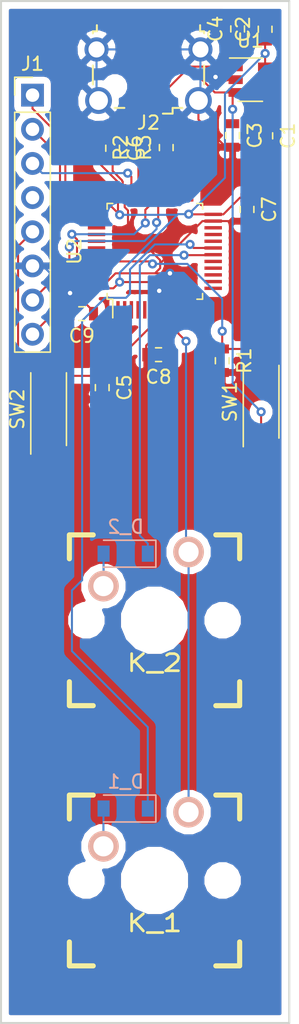
<source format=kicad_pcb>
(kicad_pcb (version 20171130) (host pcbnew "(6.0.0-rc1-dev-86-g887ee4693-dirty)")

  (general
    (thickness 1.6)
    (drawings 4)
    (tracks 273)
    (zones 0)
    (modules 22)
    (nets 51)
  )

  (page A3)
  (layers
    (0 F.Cu signal)
    (31 B.Cu signal)
    (32 B.Adhes user)
    (33 F.Adhes user)
    (34 B.Paste user)
    (35 F.Paste user)
    (36 B.SilkS user)
    (37 F.SilkS user)
    (38 B.Mask user)
    (39 F.Mask user)
    (40 Dwgs.User user)
    (41 Cmts.User user)
    (42 Eco1.User user)
    (43 Eco2.User user)
    (44 Edge.Cuts user)
    (45 Margin user)
    (46 B.CrtYd user)
    (47 F.CrtYd user)
    (48 B.Fab user hide)
    (49 F.Fab user hide)
  )

  (setup
    (last_trace_width 0.1524)
    (trace_clearance 0.1524)
    (zone_clearance 0.508)
    (zone_45_only no)
    (trace_min 0.1524)
    (via_size 0.6858)
    (via_drill 0.3302)
    (via_min_size 0.6858)
    (via_min_drill 0.3302)
    (uvia_size 0.6858)
    (uvia_drill 0.3302)
    (uvias_allowed no)
    (uvia_min_size 0.2)
    (uvia_min_drill 0.1)
    (edge_width 0.15)
    (segment_width 0.2)
    (pcb_text_width 0.3)
    (pcb_text_size 1.5 1.5)
    (mod_edge_width 0.15)
    (mod_text_size 1 1)
    (mod_text_width 0.15)
    (pad_size 1.016 1.25)
    (pad_drill 0.55)
    (pad_to_mask_clearance 0.2)
    (aux_axis_origin 0 0)
    (grid_origin 71.75 40)
    (visible_elements FFFFFF7F)
    (pcbplotparams
      (layerselection 0x010f0_ffffffff)
      (usegerberextensions true)
      (usegerberattributes false)
      (usegerberadvancedattributes false)
      (creategerberjobfile false)
      (excludeedgelayer true)
      (linewidth 0.100000)
      (plotframeref false)
      (viasonmask false)
      (mode 1)
      (useauxorigin false)
      (hpglpennumber 1)
      (hpglpenspeed 20)
      (hpglpendiameter 15.000000)
      (psnegative false)
      (psa4output false)
      (plotreference true)
      (plotvalue true)
      (plotinvisibletext false)
      (padsonsilk false)
      (subtractmaskfromsilk false)
      (outputformat 1)
      (mirror false)
      (drillshape 0)
      (scaleselection 1)
      (outputdirectory "gerbers/"))
  )

  (net 0 "")
  (net 1 /row0)
  (net 2 /row1)
  (net 3 /col0)
  (net 4 GND)
  (net 5 /D-)
  (net 6 /D+)
  (net 7 /Du-)
  (net 8 /Du+)
  (net 9 /BOOT0)
  (net 10 +5V)
  (net 11 "Net-(U1-Pad4)")
  (net 12 +3V3)
  (net 13 "Net-(U2-Pad1)")
  (net 14 "Net-(U2-Pad2)")
  (net 15 "Net-(U2-Pad3)")
  (net 16 "Net-(U2-Pad4)")
  (net 17 "Net-(U2-Pad5)")
  (net 18 "Net-(U2-Pad6)")
  (net 19 /NRST)
  (net 20 "Net-(U2-Pad11)")
  (net 21 "Net-(U2-Pad12)")
  (net 22 "Net-(U2-Pad13)")
  (net 23 "Net-(U2-Pad14)")
  (net 24 "Net-(U2-Pad15)")
  (net 25 "Net-(U2-Pad16)")
  (net 26 "Net-(U2-Pad17)")
  (net 27 "Net-(U2-Pad20)")
  (net 28 "Net-(U2-Pad21)")
  (net 29 "Net-(U2-Pad22)")
  (net 30 "Net-(U2-Pad25)")
  (net 31 "Net-(U2-Pad26)")
  (net 32 "Net-(U2-Pad27)")
  (net 33 "Net-(U2-Pad28)")
  (net 34 "Net-(U2-Pad29)")
  (net 35 /USART_TX)
  (net 36 /USART_RX)
  (net 37 /SWDIO)
  (net 38 /SWCLK)
  (net 39 "Net-(U2-Pad38)")
  (net 40 "Net-(U2-Pad39)")
  (net 41 "Net-(U2-Pad40)")
  (net 42 "Net-(U2-Pad41)")
  (net 43 "Net-(U2-Pad42)")
  (net 44 "Net-(U2-Pad43)")
  (net 45 "Net-(D_2-Pad2)")
  (net 46 "Net-(D_1-Pad2)")
  (net 47 "Net-(J2-Pad4)")
  (net 48 "Net-(J1-Pad4)")
  (net 49 "Net-(U2-Pad45)")
  (net 50 "Net-(U2-Pad46)")

  (net_class Default "This is the default net class."
    (clearance 0.1524)
    (trace_width 0.1524)
    (via_dia 0.6858)
    (via_drill 0.3302)
    (uvia_dia 0.6858)
    (uvia_drill 0.3302)
    (diff_pair_width 0.1524)
    (diff_pair_gap 0.1524)
    (add_net +3V3)
    (add_net +5V)
    (add_net /BOOT0)
    (add_net /D+)
    (add_net /D-)
    (add_net /Du+)
    (add_net /Du-)
    (add_net /NRST)
    (add_net /SWCLK)
    (add_net /SWDIO)
    (add_net /USART_RX)
    (add_net /USART_TX)
    (add_net /col0)
    (add_net /row0)
    (add_net /row1)
    (add_net GND)
    (add_net "Net-(D_1-Pad2)")
    (add_net "Net-(D_2-Pad2)")
    (add_net "Net-(J1-Pad4)")
    (add_net "Net-(J2-Pad4)")
    (add_net "Net-(U1-Pad4)")
    (add_net "Net-(U2-Pad1)")
    (add_net "Net-(U2-Pad11)")
    (add_net "Net-(U2-Pad12)")
    (add_net "Net-(U2-Pad13)")
    (add_net "Net-(U2-Pad14)")
    (add_net "Net-(U2-Pad15)")
    (add_net "Net-(U2-Pad16)")
    (add_net "Net-(U2-Pad17)")
    (add_net "Net-(U2-Pad2)")
    (add_net "Net-(U2-Pad20)")
    (add_net "Net-(U2-Pad21)")
    (add_net "Net-(U2-Pad22)")
    (add_net "Net-(U2-Pad25)")
    (add_net "Net-(U2-Pad26)")
    (add_net "Net-(U2-Pad27)")
    (add_net "Net-(U2-Pad28)")
    (add_net "Net-(U2-Pad29)")
    (add_net "Net-(U2-Pad3)")
    (add_net "Net-(U2-Pad38)")
    (add_net "Net-(U2-Pad39)")
    (add_net "Net-(U2-Pad4)")
    (add_net "Net-(U2-Pad40)")
    (add_net "Net-(U2-Pad41)")
    (add_net "Net-(U2-Pad42)")
    (add_net "Net-(U2-Pad43)")
    (add_net "Net-(U2-Pad45)")
    (add_net "Net-(U2-Pad46)")
    (add_net "Net-(U2-Pad5)")
    (add_net "Net-(U2-Pad6)")
  )

  (module Keyboard:CHERRY_PCB_100H (layer F.Cu) (tedit 549A0505) (tstamp 5B67CA34)
    (at 47.7 134.4)
    (path /5AA598B3)
    (fp_text reference K_1 (at 0 3.175) (layer F.SilkS)
      (effects (font (size 1.27 1.524) (thickness 0.2032)))
    )
    (fp_text value KEYSW (at 0 5.08) (layer F.SilkS) hide
      (effects (font (size 1.27 1.524) (thickness 0.2032)))
    )
    (fp_line (start -6.985 6.985) (end -6.985 -6.985) (layer Eco2.User) (width 0.1524))
    (fp_line (start 6.985 6.985) (end -6.985 6.985) (layer Eco2.User) (width 0.1524))
    (fp_line (start 6.985 -6.985) (end 6.985 6.985) (layer Eco2.User) (width 0.1524))
    (fp_line (start -6.985 -6.985) (end 6.985 -6.985) (layer Eco2.User) (width 0.1524))
    (fp_line (start -6.35 -4.572) (end -6.35 -6.35) (layer F.SilkS) (width 0.381))
    (fp_line (start -6.35 6.35) (end -6.35 4.572) (layer F.SilkS) (width 0.381))
    (fp_line (start -4.572 6.35) (end -6.35 6.35) (layer F.SilkS) (width 0.381))
    (fp_line (start 6.35 6.35) (end 4.572 6.35) (layer F.SilkS) (width 0.381))
    (fp_line (start 6.35 4.572) (end 6.35 6.35) (layer F.SilkS) (width 0.381))
    (fp_line (start 6.35 -6.35) (end 6.35 -4.572) (layer F.SilkS) (width 0.381))
    (fp_line (start 4.572 -6.35) (end 6.35 -6.35) (layer F.SilkS) (width 0.381))
    (fp_line (start -6.35 -6.35) (end -4.572 -6.35) (layer F.SilkS) (width 0.381))
    (fp_line (start -9.398 9.398) (end -9.398 -9.398) (layer Dwgs.User) (width 0.1524))
    (fp_line (start 9.398 9.398) (end -9.398 9.398) (layer Dwgs.User) (width 0.1524))
    (fp_line (start 9.398 -9.398) (end 9.398 9.398) (layer Dwgs.User) (width 0.1524))
    (fp_line (start -9.398 -9.398) (end 9.398 -9.398) (layer Dwgs.User) (width 0.1524))
    (fp_line (start -6.35 6.35) (end -6.35 -6.35) (layer Cmts.User) (width 0.1524))
    (fp_line (start 6.35 6.35) (end -6.35 6.35) (layer Cmts.User) (width 0.1524))
    (fp_line (start 6.35 -6.35) (end 6.35 6.35) (layer Cmts.User) (width 0.1524))
    (fp_line (start -6.35 -6.35) (end 6.35 -6.35) (layer Cmts.User) (width 0.1524))
    (fp_text user 1.00u (at -5.715 8.255) (layer Dwgs.User)
      (effects (font (size 1.524 1.524) (thickness 0.3048)))
    )
    (pad HOLE np_thru_hole circle (at 5.08 0) (size 1.7018 1.7018) (drill 1.7018) (layers *.Cu))
    (pad HOLE np_thru_hole circle (at -5.08 0) (size 1.7018 1.7018) (drill 1.7018) (layers *.Cu))
    (pad HOLE np_thru_hole circle (at 0 0) (size 3.9878 3.9878) (drill 3.9878) (layers *.Cu))
    (pad 2 thru_hole circle (at -3.81 -2.54) (size 2.286 2.286) (drill 1.4986) (layers *.Cu *.SilkS *.Mask)
      (net 46 "Net-(D_1-Pad2)"))
    (pad 1 thru_hole circle (at 2.54 -5.08) (size 2.286 2.286) (drill 1.4986) (layers *.Cu *.SilkS *.Mask)
      (net 3 /col0))
  )

  (module Keyboard:CHERRY_PCB_100H (layer F.Cu) (tedit 549A0505) (tstamp 5B67CA16)
    (at 47.7 115.05)
    (path /5AA59B0B)
    (fp_text reference K_2 (at 0 3.175) (layer F.SilkS)
      (effects (font (size 1.27 1.524) (thickness 0.2032)))
    )
    (fp_text value KEYSW (at 0 5.08) (layer F.SilkS) hide
      (effects (font (size 1.27 1.524) (thickness 0.2032)))
    )
    (fp_text user 1.00u (at -5.715 8.255) (layer Dwgs.User)
      (effects (font (size 1.524 1.524) (thickness 0.3048)))
    )
    (fp_line (start -6.35 -6.35) (end 6.35 -6.35) (layer Cmts.User) (width 0.1524))
    (fp_line (start 6.35 -6.35) (end 6.35 6.35) (layer Cmts.User) (width 0.1524))
    (fp_line (start 6.35 6.35) (end -6.35 6.35) (layer Cmts.User) (width 0.1524))
    (fp_line (start -6.35 6.35) (end -6.35 -6.35) (layer Cmts.User) (width 0.1524))
    (fp_line (start -9.398 -9.398) (end 9.398 -9.398) (layer Dwgs.User) (width 0.1524))
    (fp_line (start 9.398 -9.398) (end 9.398 9.398) (layer Dwgs.User) (width 0.1524))
    (fp_line (start 9.398 9.398) (end -9.398 9.398) (layer Dwgs.User) (width 0.1524))
    (fp_line (start -9.398 9.398) (end -9.398 -9.398) (layer Dwgs.User) (width 0.1524))
    (fp_line (start -6.35 -6.35) (end -4.572 -6.35) (layer F.SilkS) (width 0.381))
    (fp_line (start 4.572 -6.35) (end 6.35 -6.35) (layer F.SilkS) (width 0.381))
    (fp_line (start 6.35 -6.35) (end 6.35 -4.572) (layer F.SilkS) (width 0.381))
    (fp_line (start 6.35 4.572) (end 6.35 6.35) (layer F.SilkS) (width 0.381))
    (fp_line (start 6.35 6.35) (end 4.572 6.35) (layer F.SilkS) (width 0.381))
    (fp_line (start -4.572 6.35) (end -6.35 6.35) (layer F.SilkS) (width 0.381))
    (fp_line (start -6.35 6.35) (end -6.35 4.572) (layer F.SilkS) (width 0.381))
    (fp_line (start -6.35 -4.572) (end -6.35 -6.35) (layer F.SilkS) (width 0.381))
    (fp_line (start -6.985 -6.985) (end 6.985 -6.985) (layer Eco2.User) (width 0.1524))
    (fp_line (start 6.985 -6.985) (end 6.985 6.985) (layer Eco2.User) (width 0.1524))
    (fp_line (start 6.985 6.985) (end -6.985 6.985) (layer Eco2.User) (width 0.1524))
    (fp_line (start -6.985 6.985) (end -6.985 -6.985) (layer Eco2.User) (width 0.1524))
    (pad 1 thru_hole circle (at 2.54 -5.08) (size 2.286 2.286) (drill 1.4986) (layers *.Cu *.SilkS *.Mask)
      (net 3 /col0))
    (pad 2 thru_hole circle (at -3.81 -2.54) (size 2.286 2.286) (drill 1.4986) (layers *.Cu *.SilkS *.Mask)
      (net 45 "Net-(D_2-Pad2)"))
    (pad HOLE np_thru_hole circle (at 0 0) (size 3.9878 3.9878) (drill 3.9878) (layers *.Cu))
    (pad HOLE np_thru_hole circle (at -5.08 0) (size 1.7018 1.7018) (drill 1.7018) (layers *.Cu))
    (pad HOLE np_thru_hole circle (at 5.08 0) (size 1.7018 1.7018) (drill 1.7018) (layers *.Cu))
  )

  (module Connector_PinHeader_2.54mm:PinHeader_1x08_P2.54mm_Vertical (layer F.Cu) (tedit 59FED5CC) (tstamp 5B67BF09)
    (at 38.6 76)
    (descr "Through hole straight pin header, 1x08, 2.54mm pitch, single row")
    (tags "Through hole pin header THT 1x08 2.54mm single row")
    (path /5B4FB626)
    (fp_text reference J1 (at 0 -2.33) (layer F.SilkS)
      (effects (font (size 1 1) (thickness 0.15)))
    )
    (fp_text value Conn_01x08 (at 0 20.11) (layer F.Fab)
      (effects (font (size 1 1) (thickness 0.15)))
    )
    (fp_line (start -0.635 -1.27) (end 1.27 -1.27) (layer F.Fab) (width 0.1))
    (fp_line (start 1.27 -1.27) (end 1.27 19.05) (layer F.Fab) (width 0.1))
    (fp_line (start 1.27 19.05) (end -1.27 19.05) (layer F.Fab) (width 0.1))
    (fp_line (start -1.27 19.05) (end -1.27 -0.635) (layer F.Fab) (width 0.1))
    (fp_line (start -1.27 -0.635) (end -0.635 -1.27) (layer F.Fab) (width 0.1))
    (fp_line (start -1.33 19.11) (end 1.33 19.11) (layer F.SilkS) (width 0.12))
    (fp_line (start -1.33 1.27) (end -1.33 19.11) (layer F.SilkS) (width 0.12))
    (fp_line (start 1.33 1.27) (end 1.33 19.11) (layer F.SilkS) (width 0.12))
    (fp_line (start -1.33 1.27) (end 1.33 1.27) (layer F.SilkS) (width 0.12))
    (fp_line (start -1.33 0) (end -1.33 -1.33) (layer F.SilkS) (width 0.12))
    (fp_line (start -1.33 -1.33) (end 0 -1.33) (layer F.SilkS) (width 0.12))
    (fp_line (start -1.8 -1.8) (end -1.8 19.55) (layer F.CrtYd) (width 0.05))
    (fp_line (start -1.8 19.55) (end 1.8 19.55) (layer F.CrtYd) (width 0.05))
    (fp_line (start 1.8 19.55) (end 1.8 -1.8) (layer F.CrtYd) (width 0.05))
    (fp_line (start 1.8 -1.8) (end -1.8 -1.8) (layer F.CrtYd) (width 0.05))
    (fp_text user %R (at 0 8.89 90) (layer F.Fab)
      (effects (font (size 1 1) (thickness 0.15)))
    )
    (pad 1 thru_hole rect (at 0 0) (size 1.7 1.7) (drill 1) (layers *.Cu *.Mask)
      (net 12 +3V3))
    (pad 2 thru_hole oval (at 0 2.54) (size 1.7 1.7) (drill 1) (layers *.Cu *.Mask)
      (net 38 /SWCLK))
    (pad 3 thru_hole oval (at 0 5.08) (size 1.7 1.7) (drill 1) (layers *.Cu *.Mask)
      (net 37 /SWDIO))
    (pad 4 thru_hole oval (at 0 7.62) (size 1.7 1.7) (drill 1) (layers *.Cu *.Mask)
      (net 48 "Net-(J1-Pad4)"))
    (pad 5 thru_hole oval (at 0 10.16) (size 1.7 1.7) (drill 1) (layers *.Cu *.Mask)
      (net 19 /NRST))
    (pad 6 thru_hole oval (at 0 12.7) (size 1.7 1.7) (drill 1) (layers *.Cu *.Mask)
      (net 4 GND))
    (pad 7 thru_hole oval (at 0 15.24) (size 1.7 1.7) (drill 1) (layers *.Cu *.Mask)
      (net 35 /USART_TX))
    (pad 8 thru_hole oval (at 0 17.78) (size 1.7 1.7) (drill 1) (layers *.Cu *.Mask)
      (net 36 /USART_RX))
    (model ${KISYS3DMOD}/Connector_PinHeader_2.54mm.3dshapes/PinHeader_1x08_P2.54mm_Vertical.wrl
      (at (xyz 0 0 0))
      (scale (xyz 1 1 1))
      (rotate (xyz 0 0 0))
    )
  )

  (module Buttons_Switches_SMD:SW_DIP_x1_W5.08mm_Slide_Copal_CHS-A (layer F.Cu) (tedit 59ACAC86) (tstamp 5B66BAEC)
    (at 39.8 99.35 90)
    (descr "1x-dip-switch, Slide, row spacing 5.08 mm (200 mils), Copal_CHS-A")
    (tags "DIP Switch Slide 5.08mm 200mil Copal_CHS-A")
    (path /5B56CB24)
    (attr smd)
    (fp_text reference SW2 (at 0 -2.33 90) (layer F.SilkS)
      (effects (font (size 1 1) (thickness 0.15)))
    )
    (fp_text value SW_Push (at 0 2.33 90) (layer F.Fab)
      (effects (font (size 1 1) (thickness 0.15)))
    )
    (fp_line (start -1.7 -1.27) (end 2.7 -1.27) (layer F.Fab) (width 0.1))
    (fp_line (start 2.7 -1.27) (end 2.7 1.27) (layer F.Fab) (width 0.1))
    (fp_line (start 2.7 1.27) (end -2.7 1.27) (layer F.Fab) (width 0.1))
    (fp_line (start -2.7 1.27) (end -2.7 -0.27) (layer F.Fab) (width 0.1))
    (fp_line (start -2.7 -0.27) (end -1.7 -1.27) (layer F.Fab) (width 0.1))
    (fp_line (start -1.5 -0.25) (end -1.5 0.25) (layer F.Fab) (width 0.1))
    (fp_line (start -1.5 0.25) (end 1.5 0.25) (layer F.Fab) (width 0.1))
    (fp_line (start 1.5 0.25) (end 1.5 -0.25) (layer F.Fab) (width 0.1))
    (fp_line (start 1.5 -0.25) (end -1.5 -0.25) (layer F.Fab) (width 0.1))
    (fp_line (start 0 -0.25) (end 0 0.25) (layer F.Fab) (width 0.1))
    (fp_line (start -3.34 -1.33) (end 2.7 -1.33) (layer F.SilkS) (width 0.12))
    (fp_line (start -2.7 1.33) (end 2.7 1.33) (layer F.SilkS) (width 0.12))
    (fp_line (start -3.6 -1.6) (end -3.6 1.6) (layer F.CrtYd) (width 0.05))
    (fp_line (start -3.6 1.6) (end 3.6 1.6) (layer F.CrtYd) (width 0.05))
    (fp_line (start 3.6 1.6) (end 3.6 -1.6) (layer F.CrtYd) (width 0.05))
    (fp_line (start 3.6 -1.6) (end -3.6 -1.6) (layer F.CrtYd) (width 0.05))
    (fp_text user %R (at 2.1 0 180) (layer F.Fab)
      (effects (font (size 0.6 0.6) (thickness 0.15)))
    )
    (pad 1 smd rect (at -2.54 0 90) (size 1.6 0.76) (layers F.Cu F.Paste F.Mask)
      (net 4 GND))
    (pad 2 smd rect (at 2.54 0 90) (size 1.6 0.76) (layers F.Cu F.Paste F.Mask)
      (net 19 /NRST))
    (model ${KISYS3DMOD}/Buttons_Switches_SMD.3dshapes/SW_DIP_x1_W5.08mm_Slide_Copal_CHS-A.wrl
      (at (xyz 0 0 0))
      (scale (xyz 1 1 1))
      (rotate (xyz 0 0 0))
    )
  )

  (module Buttons_Switches_SMD:SW_DIP_x1_W5.08mm_Slide_Copal_CHS-A (layer F.Cu) (tedit 59ACAC86) (tstamp 5B67DE06)
    (at 55.65 98.8 90)
    (descr "1x-dip-switch, Slide, row spacing 5.08 mm (200 mils), Copal_CHS-A")
    (tags "DIP Switch Slide 5.08mm 200mil Copal_CHS-A")
    (path /5B4FE539)
    (attr smd)
    (fp_text reference SW1 (at 0 -2.33 90) (layer F.SilkS)
      (effects (font (size 1 1) (thickness 0.15)))
    )
    (fp_text value SW_Push (at 0 2.33 90) (layer F.Fab)
      (effects (font (size 1 1) (thickness 0.15)))
    )
    (fp_text user %R (at 2.1 0 180) (layer F.Fab)
      (effects (font (size 0.6 0.6) (thickness 0.15)))
    )
    (fp_line (start 3.6 -1.6) (end -3.6 -1.6) (layer F.CrtYd) (width 0.05))
    (fp_line (start 3.6 1.6) (end 3.6 -1.6) (layer F.CrtYd) (width 0.05))
    (fp_line (start -3.6 1.6) (end 3.6 1.6) (layer F.CrtYd) (width 0.05))
    (fp_line (start -3.6 -1.6) (end -3.6 1.6) (layer F.CrtYd) (width 0.05))
    (fp_line (start -2.7 1.33) (end 2.7 1.33) (layer F.SilkS) (width 0.12))
    (fp_line (start -3.34 -1.33) (end 2.7 -1.33) (layer F.SilkS) (width 0.12))
    (fp_line (start 0 -0.25) (end 0 0.25) (layer F.Fab) (width 0.1))
    (fp_line (start 1.5 -0.25) (end -1.5 -0.25) (layer F.Fab) (width 0.1))
    (fp_line (start 1.5 0.25) (end 1.5 -0.25) (layer F.Fab) (width 0.1))
    (fp_line (start -1.5 0.25) (end 1.5 0.25) (layer F.Fab) (width 0.1))
    (fp_line (start -1.5 -0.25) (end -1.5 0.25) (layer F.Fab) (width 0.1))
    (fp_line (start -2.7 -0.27) (end -1.7 -1.27) (layer F.Fab) (width 0.1))
    (fp_line (start -2.7 1.27) (end -2.7 -0.27) (layer F.Fab) (width 0.1))
    (fp_line (start 2.7 1.27) (end -2.7 1.27) (layer F.Fab) (width 0.1))
    (fp_line (start 2.7 -1.27) (end 2.7 1.27) (layer F.Fab) (width 0.1))
    (fp_line (start -1.7 -1.27) (end 2.7 -1.27) (layer F.Fab) (width 0.1))
    (pad 2 smd rect (at 2.54 0 90) (size 1.6 0.76) (layers F.Cu F.Paste F.Mask)
      (net 9 /BOOT0))
    (pad 1 smd rect (at -2.54 0 90) (size 1.6 0.76) (layers F.Cu F.Paste F.Mask)
      (net 10 +5V))
    (model ${KISYS3DMOD}/Buttons_Switches_SMD.3dshapes/SW_DIP_x1_W5.08mm_Slide_Copal_CHS-A.wrl
      (at (xyz 0 0 0))
      (scale (xyz 1 1 1))
      (rotate (xyz 0 0 0))
    )
  )

  (module Capacitor_SMD:C_0603_1608Metric (layer F.Cu) (tedit 59FE48B8) (tstamp 5B66BABE)
    (at 55.95 71.1 90)
    (descr "Capacitor SMD 0603 (1608 Metric), square (rectangular) end terminal, IPC_7351 nominal, (Body size source: http://www.tortai-tech.com/upload/download/2011102023233369053.pdf), generated with kicad-footprint-generator")
    (tags capacitor)
    (path /5B5203E5)
    (attr smd)
    (fp_text reference C2 (at 0 -1.65 90) (layer F.SilkS)
      (effects (font (size 1 1) (thickness 0.15)))
    )
    (fp_text value 10uF (at 0 1.65 90) (layer F.Fab)
      (effects (font (size 1 1) (thickness 0.15)))
    )
    (fp_line (start -0.8 0.4) (end -0.8 -0.4) (layer F.Fab) (width 0.1))
    (fp_line (start -0.8 -0.4) (end 0.8 -0.4) (layer F.Fab) (width 0.1))
    (fp_line (start 0.8 -0.4) (end 0.8 0.4) (layer F.Fab) (width 0.1))
    (fp_line (start 0.8 0.4) (end -0.8 0.4) (layer F.Fab) (width 0.1))
    (fp_line (start -0.22 -0.51) (end 0.22 -0.51) (layer F.SilkS) (width 0.12))
    (fp_line (start -0.22 0.51) (end 0.22 0.51) (layer F.SilkS) (width 0.12))
    (fp_line (start -1.46 0.75) (end -1.46 -0.75) (layer F.CrtYd) (width 0.05))
    (fp_line (start -1.46 -0.75) (end 1.46 -0.75) (layer F.CrtYd) (width 0.05))
    (fp_line (start 1.46 -0.75) (end 1.46 0.75) (layer F.CrtYd) (width 0.05))
    (fp_line (start 1.46 0.75) (end -1.46 0.75) (layer F.CrtYd) (width 0.05))
    (fp_text user %R (at 0 0 90) (layer F.Fab)
      (effects (font (size 0.5 0.5) (thickness 0.08)))
    )
    (pad 1 smd rect (at -0.875 0 90) (size 0.67 1) (layers F.Cu F.Paste F.Mask)
      (net 12 +3V3))
    (pad 2 smd rect (at 0.875 0 90) (size 0.67 1) (layers F.Cu F.Paste F.Mask)
      (net 4 GND))
    (model ${KISYS3DMOD}/Capacitor_SMD.3dshapes/C_0603_1608Metric.wrl
      (at (xyz 0 0 0))
      (scale (xyz 1 1 1))
      (rotate (xyz 0 0 0))
    )
  )

  (module Capacitor_SMD:C_0603_1608Metric (layer F.Cu) (tedit 59FE48B8) (tstamp 5B66BAAD)
    (at 53.525 79 270)
    (descr "Capacitor SMD 0603 (1608 Metric), square (rectangular) end terminal, IPC_7351 nominal, (Body size source: http://www.tortai-tech.com/upload/download/2011102023233369053.pdf), generated with kicad-footprint-generator")
    (tags capacitor)
    (path /5B516DCD)
    (attr smd)
    (fp_text reference C3 (at 0 -1.65 270) (layer F.SilkS)
      (effects (font (size 1 1) (thickness 0.15)))
    )
    (fp_text value 33pF (at 0 1.65 270) (layer F.Fab)
      (effects (font (size 1 1) (thickness 0.15)))
    )
    (fp_text user %R (at 0 0 270) (layer F.Fab)
      (effects (font (size 0.5 0.5) (thickness 0.08)))
    )
    (fp_line (start 1.46 0.75) (end -1.46 0.75) (layer F.CrtYd) (width 0.05))
    (fp_line (start 1.46 -0.75) (end 1.46 0.75) (layer F.CrtYd) (width 0.05))
    (fp_line (start -1.46 -0.75) (end 1.46 -0.75) (layer F.CrtYd) (width 0.05))
    (fp_line (start -1.46 0.75) (end -1.46 -0.75) (layer F.CrtYd) (width 0.05))
    (fp_line (start -0.22 0.51) (end 0.22 0.51) (layer F.SilkS) (width 0.12))
    (fp_line (start -0.22 -0.51) (end 0.22 -0.51) (layer F.SilkS) (width 0.12))
    (fp_line (start 0.8 0.4) (end -0.8 0.4) (layer F.Fab) (width 0.1))
    (fp_line (start 0.8 -0.4) (end 0.8 0.4) (layer F.Fab) (width 0.1))
    (fp_line (start -0.8 -0.4) (end 0.8 -0.4) (layer F.Fab) (width 0.1))
    (fp_line (start -0.8 0.4) (end -0.8 -0.4) (layer F.Fab) (width 0.1))
    (pad 2 smd rect (at 0.875 0 270) (size 0.67 1) (layers F.Cu F.Paste F.Mask)
      (net 4 GND))
    (pad 1 smd rect (at -0.875 0 270) (size 0.67 1) (layers F.Cu F.Paste F.Mask)
      (net 10 +5V))
    (model ${KISYS3DMOD}/Capacitor_SMD.3dshapes/C_0603_1608Metric.wrl
      (at (xyz 0 0 0))
      (scale (xyz 1 1 1))
      (rotate (xyz 0 0 0))
    )
  )

  (module Capacitor_SMD:C_0603_1608Metric (layer F.Cu) (tedit 59FE48B8) (tstamp 5B67DE73)
    (at 53.9 71.075 90)
    (descr "Capacitor SMD 0603 (1608 Metric), square (rectangular) end terminal, IPC_7351 nominal, (Body size source: http://www.tortai-tech.com/upload/download/2011102023233369053.pdf), generated with kicad-footprint-generator")
    (tags capacitor)
    (path /5B516D3B)
    (attr smd)
    (fp_text reference C4 (at 0 -1.65 90) (layer F.SilkS)
      (effects (font (size 1 1) (thickness 0.15)))
    )
    (fp_text value 10uF (at 0 1.65 90) (layer F.Fab)
      (effects (font (size 1 1) (thickness 0.15)))
    )
    (fp_line (start -0.8 0.4) (end -0.8 -0.4) (layer F.Fab) (width 0.1))
    (fp_line (start -0.8 -0.4) (end 0.8 -0.4) (layer F.Fab) (width 0.1))
    (fp_line (start 0.8 -0.4) (end 0.8 0.4) (layer F.Fab) (width 0.1))
    (fp_line (start 0.8 0.4) (end -0.8 0.4) (layer F.Fab) (width 0.1))
    (fp_line (start -0.22 -0.51) (end 0.22 -0.51) (layer F.SilkS) (width 0.12))
    (fp_line (start -0.22 0.51) (end 0.22 0.51) (layer F.SilkS) (width 0.12))
    (fp_line (start -1.46 0.75) (end -1.46 -0.75) (layer F.CrtYd) (width 0.05))
    (fp_line (start -1.46 -0.75) (end 1.46 -0.75) (layer F.CrtYd) (width 0.05))
    (fp_line (start 1.46 -0.75) (end 1.46 0.75) (layer F.CrtYd) (width 0.05))
    (fp_line (start 1.46 0.75) (end -1.46 0.75) (layer F.CrtYd) (width 0.05))
    (fp_text user %R (at 0 0 90) (layer F.Fab)
      (effects (font (size 0.5 0.5) (thickness 0.08)))
    )
    (pad 1 smd rect (at -0.875 0 90) (size 0.67 1) (layers F.Cu F.Paste F.Mask)
      (net 10 +5V))
    (pad 2 smd rect (at 0.875 0 90) (size 0.67 1) (layers F.Cu F.Paste F.Mask)
      (net 4 GND))
    (model ${KISYS3DMOD}/Capacitor_SMD.3dshapes/C_0603_1608Metric.wrl
      (at (xyz 0 0 0))
      (scale (xyz 1 1 1))
      (rotate (xyz 0 0 0))
    )
  )

  (module Capacitor_SMD:C_0603_1608Metric (layer F.Cu) (tedit 59FE48B8) (tstamp 5B66BA8B)
    (at 43.8 97.75 270)
    (descr "Capacitor SMD 0603 (1608 Metric), square (rectangular) end terminal, IPC_7351 nominal, (Body size source: http://www.tortai-tech.com/upload/download/2011102023233369053.pdf), generated with kicad-footprint-generator")
    (tags capacitor)
    (path /5B4FD94A)
    (attr smd)
    (fp_text reference C5 (at 0 -1.65 270) (layer F.SilkS)
      (effects (font (size 1 1) (thickness 0.15)))
    )
    (fp_text value 100nF (at 0 1.65 270) (layer F.Fab)
      (effects (font (size 1 1) (thickness 0.15)))
    )
    (fp_text user %R (at 0 0 270) (layer F.Fab)
      (effects (font (size 0.5 0.5) (thickness 0.08)))
    )
    (fp_line (start 1.46 0.75) (end -1.46 0.75) (layer F.CrtYd) (width 0.05))
    (fp_line (start 1.46 -0.75) (end 1.46 0.75) (layer F.CrtYd) (width 0.05))
    (fp_line (start -1.46 -0.75) (end 1.46 -0.75) (layer F.CrtYd) (width 0.05))
    (fp_line (start -1.46 0.75) (end -1.46 -0.75) (layer F.CrtYd) (width 0.05))
    (fp_line (start -0.22 0.51) (end 0.22 0.51) (layer F.SilkS) (width 0.12))
    (fp_line (start -0.22 -0.51) (end 0.22 -0.51) (layer F.SilkS) (width 0.12))
    (fp_line (start 0.8 0.4) (end -0.8 0.4) (layer F.Fab) (width 0.1))
    (fp_line (start 0.8 -0.4) (end 0.8 0.4) (layer F.Fab) (width 0.1))
    (fp_line (start -0.8 -0.4) (end 0.8 -0.4) (layer F.Fab) (width 0.1))
    (fp_line (start -0.8 0.4) (end -0.8 -0.4) (layer F.Fab) (width 0.1))
    (pad 2 smd rect (at 0.875 0 270) (size 0.67 1) (layers F.Cu F.Paste F.Mask)
      (net 4 GND))
    (pad 1 smd rect (at -0.875 0 270) (size 0.67 1) (layers F.Cu F.Paste F.Mask)
      (net 19 /NRST))
    (model ${KISYS3DMOD}/Capacitor_SMD.3dshapes/C_0603_1608Metric.wrl
      (at (xyz 0 0 0))
      (scale (xyz 1 1 1))
      (rotate (xyz 0 0 0))
    )
  )

  (module Capacitor_SMD:C_0603_1608Metric (layer F.Cu) (tedit 59FE48B8) (tstamp 5B66BA7A)
    (at 44.575 79.95 270)
    (descr "Capacitor SMD 0603 (1608 Metric), square (rectangular) end terminal, IPC_7351 nominal, (Body size source: http://www.tortai-tech.com/upload/download/2011102023233369053.pdf), generated with kicad-footprint-generator")
    (tags capacitor)
    (path /5B92ED0B)
    (attr smd)
    (fp_text reference C6 (at 0 -1.65 270) (layer F.SilkS)
      (effects (font (size 1 1) (thickness 0.15)))
    )
    (fp_text value 0.1u (at 0 1.65 270) (layer F.Fab)
      (effects (font (size 1 1) (thickness 0.15)))
    )
    (fp_line (start -0.8 0.4) (end -0.8 -0.4) (layer F.Fab) (width 0.1))
    (fp_line (start -0.8 -0.4) (end 0.8 -0.4) (layer F.Fab) (width 0.1))
    (fp_line (start 0.8 -0.4) (end 0.8 0.4) (layer F.Fab) (width 0.1))
    (fp_line (start 0.8 0.4) (end -0.8 0.4) (layer F.Fab) (width 0.1))
    (fp_line (start -0.22 -0.51) (end 0.22 -0.51) (layer F.SilkS) (width 0.12))
    (fp_line (start -0.22 0.51) (end 0.22 0.51) (layer F.SilkS) (width 0.12))
    (fp_line (start -1.46 0.75) (end -1.46 -0.75) (layer F.CrtYd) (width 0.05))
    (fp_line (start -1.46 -0.75) (end 1.46 -0.75) (layer F.CrtYd) (width 0.05))
    (fp_line (start 1.46 -0.75) (end 1.46 0.75) (layer F.CrtYd) (width 0.05))
    (fp_line (start 1.46 0.75) (end -1.46 0.75) (layer F.CrtYd) (width 0.05))
    (fp_text user %R (at 0 0 270) (layer F.Fab)
      (effects (font (size 0.5 0.5) (thickness 0.08)))
    )
    (pad 1 smd rect (at -0.875 0 270) (size 0.67 1) (layers F.Cu F.Paste F.Mask)
      (net 12 +3V3))
    (pad 2 smd rect (at 0.875 0 270) (size 0.67 1) (layers F.Cu F.Paste F.Mask)
      (net 4 GND))
    (model ${KISYS3DMOD}/Capacitor_SMD.3dshapes/C_0603_1608Metric.wrl
      (at (xyz 0 0 0))
      (scale (xyz 1 1 1))
      (rotate (xyz 0 0 0))
    )
  )

  (module Capacitor_SMD:C_0603_1608Metric (layer F.Cu) (tedit 59FE48B8) (tstamp 5B67D930)
    (at 54.6 84.5 270)
    (descr "Capacitor SMD 0603 (1608 Metric), square (rectangular) end terminal, IPC_7351 nominal, (Body size source: http://www.tortai-tech.com/upload/download/2011102023233369053.pdf), generated with kicad-footprint-generator")
    (tags capacitor)
    (path /5B92EF85)
    (attr smd)
    (fp_text reference C7 (at 0 -1.65 270) (layer F.SilkS)
      (effects (font (size 1 1) (thickness 0.15)))
    )
    (fp_text value 0.1u (at 0 1.65 270) (layer F.Fab)
      (effects (font (size 1 1) (thickness 0.15)))
    )
    (fp_text user %R (at 0 0 270) (layer F.Fab)
      (effects (font (size 0.5 0.5) (thickness 0.08)))
    )
    (fp_line (start 1.46 0.75) (end -1.46 0.75) (layer F.CrtYd) (width 0.05))
    (fp_line (start 1.46 -0.75) (end 1.46 0.75) (layer F.CrtYd) (width 0.05))
    (fp_line (start -1.46 -0.75) (end 1.46 -0.75) (layer F.CrtYd) (width 0.05))
    (fp_line (start -1.46 0.75) (end -1.46 -0.75) (layer F.CrtYd) (width 0.05))
    (fp_line (start -0.22 0.51) (end 0.22 0.51) (layer F.SilkS) (width 0.12))
    (fp_line (start -0.22 -0.51) (end 0.22 -0.51) (layer F.SilkS) (width 0.12))
    (fp_line (start 0.8 0.4) (end -0.8 0.4) (layer F.Fab) (width 0.1))
    (fp_line (start 0.8 -0.4) (end 0.8 0.4) (layer F.Fab) (width 0.1))
    (fp_line (start -0.8 -0.4) (end 0.8 -0.4) (layer F.Fab) (width 0.1))
    (fp_line (start -0.8 0.4) (end -0.8 -0.4) (layer F.Fab) (width 0.1))
    (pad 2 smd rect (at 0.875 0 270) (size 0.67 1) (layers F.Cu F.Paste F.Mask)
      (net 4 GND))
    (pad 1 smd rect (at -0.875 0 270) (size 0.67 1) (layers F.Cu F.Paste F.Mask)
      (net 12 +3V3))
    (model ${KISYS3DMOD}/Capacitor_SMD.3dshapes/C_0603_1608Metric.wrl
      (at (xyz 0 0 0))
      (scale (xyz 1 1 1))
      (rotate (xyz 0 0 0))
    )
  )

  (module Capacitor_SMD:C_0603_1608Metric (layer F.Cu) (tedit 59FE48B8) (tstamp 5B66BA58)
    (at 48 95.3 180)
    (descr "Capacitor SMD 0603 (1608 Metric), square (rectangular) end terminal, IPC_7351 nominal, (Body size source: http://www.tortai-tech.com/upload/download/2011102023233369053.pdf), generated with kicad-footprint-generator")
    (tags capacitor)
    (path /5B92F1FC)
    (attr smd)
    (fp_text reference C8 (at 0 -1.65 180) (layer F.SilkS)
      (effects (font (size 1 1) (thickness 0.15)))
    )
    (fp_text value 0.1u (at 0 1.65 180) (layer F.Fab)
      (effects (font (size 1 1) (thickness 0.15)))
    )
    (fp_line (start -0.8 0.4) (end -0.8 -0.4) (layer F.Fab) (width 0.1))
    (fp_line (start -0.8 -0.4) (end 0.8 -0.4) (layer F.Fab) (width 0.1))
    (fp_line (start 0.8 -0.4) (end 0.8 0.4) (layer F.Fab) (width 0.1))
    (fp_line (start 0.8 0.4) (end -0.8 0.4) (layer F.Fab) (width 0.1))
    (fp_line (start -0.22 -0.51) (end 0.22 -0.51) (layer F.SilkS) (width 0.12))
    (fp_line (start -0.22 0.51) (end 0.22 0.51) (layer F.SilkS) (width 0.12))
    (fp_line (start -1.46 0.75) (end -1.46 -0.75) (layer F.CrtYd) (width 0.05))
    (fp_line (start -1.46 -0.75) (end 1.46 -0.75) (layer F.CrtYd) (width 0.05))
    (fp_line (start 1.46 -0.75) (end 1.46 0.75) (layer F.CrtYd) (width 0.05))
    (fp_line (start 1.46 0.75) (end -1.46 0.75) (layer F.CrtYd) (width 0.05))
    (fp_text user %R (at 0 0 180) (layer F.Fab)
      (effects (font (size 0.5 0.5) (thickness 0.08)))
    )
    (pad 1 smd rect (at -0.875 0 180) (size 0.67 1) (layers F.Cu F.Paste F.Mask)
      (net 12 +3V3))
    (pad 2 smd rect (at 0.875 0 180) (size 0.67 1) (layers F.Cu F.Paste F.Mask)
      (net 4 GND))
    (model ${KISYS3DMOD}/Capacitor_SMD.3dshapes/C_0603_1608Metric.wrl
      (at (xyz 0 0 0))
      (scale (xyz 1 1 1))
      (rotate (xyz 0 0 0))
    )
  )

  (module Capacitor_SMD:C_0603_1608Metric (layer F.Cu) (tedit 59FE48B8) (tstamp 5B67CE6C)
    (at 42.275 92.25 180)
    (descr "Capacitor SMD 0603 (1608 Metric), square (rectangular) end terminal, IPC_7351 nominal, (Body size source: http://www.tortai-tech.com/upload/download/2011102023233369053.pdf), generated with kicad-footprint-generator")
    (tags capacitor)
    (path /5B92F482)
    (attr smd)
    (fp_text reference C9 (at 0 -1.65 180) (layer F.SilkS)
      (effects (font (size 1 1) (thickness 0.15)))
    )
    (fp_text value 0.1u (at 0 1.65 180) (layer F.Fab)
      (effects (font (size 1 1) (thickness 0.15)))
    )
    (fp_text user %R (at 0 0 180) (layer F.Fab)
      (effects (font (size 0.5 0.5) (thickness 0.08)))
    )
    (fp_line (start 1.46 0.75) (end -1.46 0.75) (layer F.CrtYd) (width 0.05))
    (fp_line (start 1.46 -0.75) (end 1.46 0.75) (layer F.CrtYd) (width 0.05))
    (fp_line (start -1.46 -0.75) (end 1.46 -0.75) (layer F.CrtYd) (width 0.05))
    (fp_line (start -1.46 0.75) (end -1.46 -0.75) (layer F.CrtYd) (width 0.05))
    (fp_line (start -0.22 0.51) (end 0.22 0.51) (layer F.SilkS) (width 0.12))
    (fp_line (start -0.22 -0.51) (end 0.22 -0.51) (layer F.SilkS) (width 0.12))
    (fp_line (start 0.8 0.4) (end -0.8 0.4) (layer F.Fab) (width 0.1))
    (fp_line (start 0.8 -0.4) (end 0.8 0.4) (layer F.Fab) (width 0.1))
    (fp_line (start -0.8 -0.4) (end 0.8 -0.4) (layer F.Fab) (width 0.1))
    (fp_line (start -0.8 0.4) (end -0.8 -0.4) (layer F.Fab) (width 0.1))
    (pad 2 smd rect (at 0.875 0 180) (size 0.67 1) (layers F.Cu F.Paste F.Mask)
      (net 4 GND))
    (pad 1 smd rect (at -0.875 0 180) (size 0.67 1) (layers F.Cu F.Paste F.Mask)
      (net 12 +3V3))
    (model ${KISYS3DMOD}/Capacitor_SMD.3dshapes/C_0603_1608Metric.wrl
      (at (xyz 0 0 0))
      (scale (xyz 1 1 1))
      (rotate (xyz 0 0 0))
    )
  )

  (module Capacitor_SMD:C_0603_1608Metric (layer F.Cu) (tedit 59FE48B8) (tstamp 5B66BA36)
    (at 56 79.025 270)
    (descr "Capacitor SMD 0603 (1608 Metric), square (rectangular) end terminal, IPC_7351 nominal, (Body size source: http://www.tortai-tech.com/upload/download/2011102023233369053.pdf), generated with kicad-footprint-generator")
    (tags capacitor)
    (path /5B520357)
    (attr smd)
    (fp_text reference C1 (at 0 -1.65 270) (layer F.SilkS)
      (effects (font (size 1 1) (thickness 0.15)))
    )
    (fp_text value 33pF (at 0 1.65 270) (layer F.Fab)
      (effects (font (size 1 1) (thickness 0.15)))
    )
    (fp_line (start -0.8 0.4) (end -0.8 -0.4) (layer F.Fab) (width 0.1))
    (fp_line (start -0.8 -0.4) (end 0.8 -0.4) (layer F.Fab) (width 0.1))
    (fp_line (start 0.8 -0.4) (end 0.8 0.4) (layer F.Fab) (width 0.1))
    (fp_line (start 0.8 0.4) (end -0.8 0.4) (layer F.Fab) (width 0.1))
    (fp_line (start -0.22 -0.51) (end 0.22 -0.51) (layer F.SilkS) (width 0.12))
    (fp_line (start -0.22 0.51) (end 0.22 0.51) (layer F.SilkS) (width 0.12))
    (fp_line (start -1.46 0.75) (end -1.46 -0.75) (layer F.CrtYd) (width 0.05))
    (fp_line (start -1.46 -0.75) (end 1.46 -0.75) (layer F.CrtYd) (width 0.05))
    (fp_line (start 1.46 -0.75) (end 1.46 0.75) (layer F.CrtYd) (width 0.05))
    (fp_line (start 1.46 0.75) (end -1.46 0.75) (layer F.CrtYd) (width 0.05))
    (fp_text user %R (at 0 0 270) (layer F.Fab)
      (effects (font (size 0.5 0.5) (thickness 0.08)))
    )
    (pad 1 smd rect (at -0.875 0 270) (size 0.67 1) (layers F.Cu F.Paste F.Mask)
      (net 12 +3V3))
    (pad 2 smd rect (at 0.875 0 270) (size 0.67 1) (layers F.Cu F.Paste F.Mask)
      (net 4 GND))
    (model ${KISYS3DMOD}/Capacitor_SMD.3dshapes/C_0603_1608Metric.wrl
      (at (xyz 0 0 0))
      (scale (xyz 1 1 1))
      (rotate (xyz 0 0 0))
    )
  )

  (module Connectors_USB:USB_Micro-B_Wuerth-629105150521_CircularHoles (layer F.Cu) (tedit 59E3D6DD) (tstamp 5B66B9A4)
    (at 47.25 74.55 180)
    (descr "USB Micro-B receptacle, http://www.mouser.com/ds/2/445/629105150521-469306.pdf")
    (tags "usb micro receptacle")
    (path /5B6855D1)
    (attr smd)
    (fp_text reference J2 (at 0 -3.5 180) (layer F.SilkS)
      (effects (font (size 1 1) (thickness 0.15)))
    )
    (fp_text value USB_A (at 0 5.6 180) (layer F.Fab)
      (effects (font (size 1 1) (thickness 0.15)))
    )
    (fp_text user "PCB Edge" (at 0 3.75 180) (layer Dwgs.User)
      (effects (font (size 0.5 0.5) (thickness 0.08)))
    )
    (fp_text user %R (at 0 1.05 180) (layer F.Fab)
      (effects (font (size 1 1) (thickness 0.15)))
    )
    (fp_line (start 5.28 -3.34) (end -5.27 -3.34) (layer F.CrtYd) (width 0.05))
    (fp_line (start 5.28 4.85) (end 5.28 -3.34) (layer F.CrtYd) (width 0.05))
    (fp_line (start -5.27 4.85) (end 5.28 4.85) (layer F.CrtYd) (width 0.05))
    (fp_line (start -5.27 -3.34) (end -5.27 4.85) (layer F.CrtYd) (width 0.05))
    (fp_line (start 1.8 -2.4) (end 2.525 -2.4) (layer F.SilkS) (width 0.15))
    (fp_line (start -1.8 -2.4) (end -2.525 -2.4) (layer F.SilkS) (width 0.15))
    (fp_line (start -1.8 -2.825) (end -1.8 -2.4) (layer F.SilkS) (width 0.15))
    (fp_line (start -1.075 -2.825) (end -1.8 -2.825) (layer F.SilkS) (width 0.15))
    (fp_line (start 4.15 0.75) (end 4.15 -0.65) (layer F.SilkS) (width 0.15))
    (fp_line (start 4.15 3.3) (end 4.15 3.15) (layer F.SilkS) (width 0.15))
    (fp_line (start 3.85 3.3) (end 4.15 3.3) (layer F.SilkS) (width 0.15))
    (fp_line (start 3.85 3.75) (end 3.85 3.3) (layer F.SilkS) (width 0.15))
    (fp_line (start -3.85 3.3) (end -3.85 3.75) (layer F.SilkS) (width 0.15))
    (fp_line (start -4.15 3.3) (end -3.85 3.3) (layer F.SilkS) (width 0.15))
    (fp_line (start -4.15 3.15) (end -4.15 3.3) (layer F.SilkS) (width 0.15))
    (fp_line (start -4.15 -0.65) (end -4.15 0.75) (layer F.SilkS) (width 0.15))
    (fp_line (start -1.075 -2.95) (end -1.075 -2.725) (layer F.Fab) (width 0.15))
    (fp_line (start -1.525 -2.95) (end -1.075 -2.95) (layer F.Fab) (width 0.15))
    (fp_line (start -1.525 -2.725) (end -1.525 -2.95) (layer F.Fab) (width 0.15))
    (fp_line (start -1.3 -2.55) (end -1.525 -2.725) (layer F.Fab) (width 0.15))
    (fp_line (start -1.075 -2.725) (end -1.3 -2.55) (layer F.Fab) (width 0.15))
    (fp_line (start -2.7 3.75) (end 2.7 3.75) (layer F.Fab) (width 0.15))
    (fp_line (start 4 -2.25) (end -4 -2.25) (layer F.Fab) (width 0.15))
    (fp_line (start 4 3.15) (end 4 -2.25) (layer F.Fab) (width 0.15))
    (fp_line (start 3.7 3.15) (end 4 3.15) (layer F.Fab) (width 0.15))
    (fp_line (start 3.7 4.35) (end 3.7 3.15) (layer F.Fab) (width 0.15))
    (fp_line (start -3.7 4.35) (end 3.7 4.35) (layer F.Fab) (width 0.15))
    (fp_line (start -3.7 3.15) (end -3.7 4.35) (layer F.Fab) (width 0.15))
    (fp_line (start -4 3.15) (end -3.7 3.15) (layer F.Fab) (width 0.15))
    (fp_line (start -4 -2.25) (end -4 3.15) (layer F.Fab) (width 0.15))
    (pad "" np_thru_hole circle (at 2.5 -0.8 180) (size 0.8 0.8) (drill 0.8) (layers *.Cu *.Mask))
    (pad "" np_thru_hole circle (at -2.5 -0.8 180) (size 0.8 0.8) (drill 0.8) (layers *.Cu *.Mask))
    (pad 6 thru_hole circle (at 3.875 1.95 180) (size 1.8 1.8) (drill 1.2) (layers *.Cu *.Mask)
      (net 4 GND))
    (pad 6 thru_hole circle (at -3.875 1.95 180) (size 1.8 1.8) (drill 1.2) (layers *.Cu *.Mask)
      (net 4 GND))
    (pad 6 thru_hole circle (at 3.725 -1.85 180) (size 2 2) (drill 1.4) (layers *.Cu *.Mask)
      (net 4 GND))
    (pad 6 thru_hole circle (at -3.725 -1.85 180) (size 2 2) (drill 1.4) (layers *.Cu *.Mask)
      (net 4 GND))
    (pad 5 smd rect (at 1.3 -1.9 180) (size 0.45 1.3) (layers F.Cu F.Paste F.Mask)
      (net 4 GND))
    (pad 4 smd rect (at 0.65 -1.9 180) (size 0.45 1.3) (layers F.Cu F.Paste F.Mask)
      (net 47 "Net-(J2-Pad4)"))
    (pad 3 smd rect (at 0 -1.9 180) (size 0.45 1.3) (layers F.Cu F.Paste F.Mask)
      (net 8 /Du+))
    (pad 2 smd rect (at -0.65 -1.9 180) (size 0.45 1.3) (layers F.Cu F.Paste F.Mask)
      (net 7 /Du-))
    (pad 1 smd rect (at -1.3 -1.9 180) (size 0.45 1.3) (layers F.Cu F.Paste F.Mask)
      (net 10 +5V))
    (model ${KISYS3DMOD}/Connectors_USB.3dshapes/USB_Micro-B_Wuerth-629105150521_CircularHoles.wrl
      (at (xyz 0 0 0))
      (scale (xyz 1 1 1))
      (rotate (xyz 0 0 0))
    )
  )

  (module Diodes_SMD:D_SOD-123 (layer B.Cu) (tedit 58645DC7) (tstamp 5B67CFC5)
    (at 45.55 110.1 180)
    (descr SOD-123)
    (tags SOD-123)
    (path /5AA59B12)
    (attr smd)
    (fp_text reference D_2 (at 0 2 180) (layer B.SilkS)
      (effects (font (size 1 1) (thickness 0.15)) (justify mirror))
    )
    (fp_text value D (at 0 -2.1 180) (layer B.Fab)
      (effects (font (size 1 1) (thickness 0.15)) (justify mirror))
    )
    (fp_text user %R (at 0 2 180) (layer B.Fab)
      (effects (font (size 1 1) (thickness 0.15)) (justify mirror))
    )
    (fp_line (start -2.25 1) (end -2.25 -1) (layer B.SilkS) (width 0.12))
    (fp_line (start 0.25 0) (end 0.75 0) (layer B.Fab) (width 0.1))
    (fp_line (start 0.25 -0.4) (end -0.35 0) (layer B.Fab) (width 0.1))
    (fp_line (start 0.25 0.4) (end 0.25 -0.4) (layer B.Fab) (width 0.1))
    (fp_line (start -0.35 0) (end 0.25 0.4) (layer B.Fab) (width 0.1))
    (fp_line (start -0.35 0) (end -0.35 -0.55) (layer B.Fab) (width 0.1))
    (fp_line (start -0.35 0) (end -0.35 0.55) (layer B.Fab) (width 0.1))
    (fp_line (start -0.75 0) (end -0.35 0) (layer B.Fab) (width 0.1))
    (fp_line (start -1.4 -0.9) (end -1.4 0.9) (layer B.Fab) (width 0.1))
    (fp_line (start 1.4 -0.9) (end -1.4 -0.9) (layer B.Fab) (width 0.1))
    (fp_line (start 1.4 0.9) (end 1.4 -0.9) (layer B.Fab) (width 0.1))
    (fp_line (start -1.4 0.9) (end 1.4 0.9) (layer B.Fab) (width 0.1))
    (fp_line (start -2.35 1.15) (end 2.35 1.15) (layer B.CrtYd) (width 0.05))
    (fp_line (start 2.35 1.15) (end 2.35 -1.15) (layer B.CrtYd) (width 0.05))
    (fp_line (start 2.35 -1.15) (end -2.35 -1.15) (layer B.CrtYd) (width 0.05))
    (fp_line (start -2.35 1.15) (end -2.35 -1.15) (layer B.CrtYd) (width 0.05))
    (fp_line (start -2.25 -1) (end 1.65 -1) (layer B.SilkS) (width 0.12))
    (fp_line (start -2.25 1) (end 1.65 1) (layer B.SilkS) (width 0.12))
    (pad 1 smd rect (at -1.65 0 180) (size 0.9 1.2) (layers B.Cu B.Paste B.Mask)
      (net 1 /row0))
    (pad 2 smd rect (at 1.65 0 180) (size 0.9 1.2) (layers B.Cu B.Paste B.Mask)
      (net 45 "Net-(D_2-Pad2)"))
    (model ${KISYS3DMOD}/Diodes_SMD.3dshapes/D_SOD-123.wrl
      (at (xyz 0 0 0))
      (scale (xyz 1 1 1))
      (rotate (xyz 0 0 0))
    )
  )

  (module Diodes_SMD:D_SOD-123 (layer B.Cu) (tedit 58645DC7) (tstamp 5B66B95C)
    (at 45.55 129.05 180)
    (descr SOD-123)
    (tags SOD-123)
    (path /5AA598BA)
    (attr smd)
    (fp_text reference D_1 (at 0 2 180) (layer B.SilkS)
      (effects (font (size 1 1) (thickness 0.15)) (justify mirror))
    )
    (fp_text value D (at 0 -2.1 180) (layer B.Fab)
      (effects (font (size 1 1) (thickness 0.15)) (justify mirror))
    )
    (fp_text user %R (at 0 2 180) (layer B.Fab)
      (effects (font (size 1 1) (thickness 0.15)) (justify mirror))
    )
    (fp_line (start -2.25 1) (end -2.25 -1) (layer B.SilkS) (width 0.12))
    (fp_line (start 0.25 0) (end 0.75 0) (layer B.Fab) (width 0.1))
    (fp_line (start 0.25 -0.4) (end -0.35 0) (layer B.Fab) (width 0.1))
    (fp_line (start 0.25 0.4) (end 0.25 -0.4) (layer B.Fab) (width 0.1))
    (fp_line (start -0.35 0) (end 0.25 0.4) (layer B.Fab) (width 0.1))
    (fp_line (start -0.35 0) (end -0.35 -0.55) (layer B.Fab) (width 0.1))
    (fp_line (start -0.35 0) (end -0.35 0.55) (layer B.Fab) (width 0.1))
    (fp_line (start -0.75 0) (end -0.35 0) (layer B.Fab) (width 0.1))
    (fp_line (start -1.4 -0.9) (end -1.4 0.9) (layer B.Fab) (width 0.1))
    (fp_line (start 1.4 -0.9) (end -1.4 -0.9) (layer B.Fab) (width 0.1))
    (fp_line (start 1.4 0.9) (end 1.4 -0.9) (layer B.Fab) (width 0.1))
    (fp_line (start -1.4 0.9) (end 1.4 0.9) (layer B.Fab) (width 0.1))
    (fp_line (start -2.35 1.15) (end 2.35 1.15) (layer B.CrtYd) (width 0.05))
    (fp_line (start 2.35 1.15) (end 2.35 -1.15) (layer B.CrtYd) (width 0.05))
    (fp_line (start 2.35 -1.15) (end -2.35 -1.15) (layer B.CrtYd) (width 0.05))
    (fp_line (start -2.35 1.15) (end -2.35 -1.15) (layer B.CrtYd) (width 0.05))
    (fp_line (start -2.25 -1) (end 1.65 -1) (layer B.SilkS) (width 0.12))
    (fp_line (start -2.25 1) (end 1.65 1) (layer B.SilkS) (width 0.12))
    (pad 1 smd rect (at -1.65 0 180) (size 0.9 1.2) (layers B.Cu B.Paste B.Mask)
      (net 2 /row1))
    (pad 2 smd rect (at 1.65 0 180) (size 0.9 1.2) (layers B.Cu B.Paste B.Mask)
      (net 46 "Net-(D_1-Pad2)"))
    (model ${KISYS3DMOD}/Diodes_SMD.3dshapes/D_SOD-123.wrl
      (at (xyz 0 0 0))
      (scale (xyz 1 1 1))
      (rotate (xyz 0 0 0))
    )
  )

  (module Package_QFP:LQFP-48_7x7mm_P0.5mm (layer F.Cu) (tedit 5A5E2375) (tstamp 5B66B943)
    (at 47.725001 87.615001 90)
    (descr "48 LEAD LQFP 7x7mm (see MICREL LQFP7x7-48LD-PL-1.pdf)")
    (tags "QFP 0.5")
    (path /5B4FB57A)
    (attr smd)
    (fp_text reference U2 (at 0 -6 90) (layer F.SilkS)
      (effects (font (size 1 1) (thickness 0.15)))
    )
    (fp_text value STM32L053C6Tx (at 0 6 90) (layer F.Fab)
      (effects (font (size 1 1) (thickness 0.15)))
    )
    (fp_line (start 3.13 3.75) (end 3.75 3.75) (layer F.CrtYd) (width 0.05))
    (fp_line (start 3.75 3.13) (end 3.75 3.75) (layer F.CrtYd) (width 0.05))
    (fp_line (start 3.13 5.25) (end 3.13 3.75) (layer F.CrtYd) (width 0.05))
    (fp_text user %R (at 0 0 90) (layer F.Fab)
      (effects (font (size 1 1) (thickness 0.15)))
    )
    (fp_line (start -2.5 -3.5) (end 3.5 -3.5) (layer F.Fab) (width 0.1))
    (fp_line (start 3.5 -3.5) (end 3.5 3.5) (layer F.Fab) (width 0.1))
    (fp_line (start 3.5 3.5) (end -3.5 3.5) (layer F.Fab) (width 0.1))
    (fp_line (start -3.5 3.5) (end -3.5 -2.5) (layer F.Fab) (width 0.1))
    (fp_line (start -3.5 -2.5) (end -2.5 -3.5) (layer F.Fab) (width 0.1))
    (fp_line (start -5.25 -3.13) (end -5.25 3.13) (layer F.CrtYd) (width 0.05))
    (fp_line (start 5.25 -3.13) (end 5.25 3.13) (layer F.CrtYd) (width 0.05))
    (fp_line (start -3.13 -5.25) (end 3.13 -5.25) (layer F.CrtYd) (width 0.05))
    (fp_line (start -3.13 5.25) (end 3.13 5.25) (layer F.CrtYd) (width 0.05))
    (fp_line (start 3.56 -3.56) (end 3.56 -3.14) (layer F.SilkS) (width 0.12))
    (fp_line (start 3.56 3.56) (end 3.56 3.14) (layer F.SilkS) (width 0.12))
    (fp_line (start -3.56 3.56) (end -3.56 3.14) (layer F.SilkS) (width 0.12))
    (fp_line (start -3.56 -3.56) (end -3.14 -3.56) (layer F.SilkS) (width 0.12))
    (fp_line (start 3.56 3.56) (end 3.14 3.56) (layer F.SilkS) (width 0.12))
    (fp_line (start 3.56 -3.56) (end 3.14 -3.56) (layer F.SilkS) (width 0.12))
    (fp_line (start -3.56 -3.14) (end -4.94 -3.14) (layer F.SilkS) (width 0.12))
    (fp_line (start -3.56 -3.56) (end -3.56 -3.14) (layer F.SilkS) (width 0.12))
    (fp_line (start -3.56 3.56) (end -3.14 3.56) (layer F.SilkS) (width 0.12))
    (fp_line (start 3.75 3.13) (end 5.25 3.13) (layer F.CrtYd) (width 0.05))
    (fp_line (start 3.75 -3.13) (end 5.25 -3.13) (layer F.CrtYd) (width 0.05))
    (fp_line (start 3.13 -3.75) (end 3.13 -5.25) (layer F.CrtYd) (width 0.05))
    (fp_line (start -3.13 -3.75) (end -3.13 -5.25) (layer F.CrtYd) (width 0.05))
    (fp_line (start -3.75 -3.13) (end -5.25 -3.13) (layer F.CrtYd) (width 0.05))
    (fp_line (start -3.75 3.13) (end -5.25 3.13) (layer F.CrtYd) (width 0.05))
    (fp_line (start -3.13 3.75) (end -3.13 5.25) (layer F.CrtYd) (width 0.05))
    (fp_line (start 3.13 -3.75) (end 3.75 -3.75) (layer F.CrtYd) (width 0.05))
    (fp_line (start 3.75 -3.13) (end 3.75 -3.75) (layer F.CrtYd) (width 0.05))
    (fp_line (start -3.75 3.13) (end -3.75 3.75) (layer F.CrtYd) (width 0.05))
    (fp_line (start -3.13 3.75) (end -3.75 3.75) (layer F.CrtYd) (width 0.05))
    (fp_line (start -3.75 -3.13) (end -3.75 -3.75) (layer F.CrtYd) (width 0.05))
    (fp_line (start -3.13 -3.75) (end -3.75 -3.75) (layer F.CrtYd) (width 0.05))
    (pad 1 smd rect (at -4.35 -2.75 90) (size 1.3 0.25) (layers F.Cu F.Paste F.Mask)
      (net 13 "Net-(U2-Pad1)"))
    (pad 2 smd rect (at -4.35 -2.25 90) (size 1.3 0.25) (layers F.Cu F.Paste F.Mask)
      (net 14 "Net-(U2-Pad2)"))
    (pad 3 smd rect (at -4.35 -1.75 90) (size 1.3 0.25) (layers F.Cu F.Paste F.Mask)
      (net 15 "Net-(U2-Pad3)"))
    (pad 4 smd rect (at -4.35 -1.25 90) (size 1.3 0.25) (layers F.Cu F.Paste F.Mask)
      (net 16 "Net-(U2-Pad4)"))
    (pad 5 smd rect (at -4.35 -0.75 90) (size 1.3 0.25) (layers F.Cu F.Paste F.Mask)
      (net 17 "Net-(U2-Pad5)"))
    (pad 6 smd rect (at -4.35 -0.25 90) (size 1.3 0.25) (layers F.Cu F.Paste F.Mask)
      (net 18 "Net-(U2-Pad6)"))
    (pad 7 smd rect (at -4.35 0.25 90) (size 1.3 0.25) (layers F.Cu F.Paste F.Mask)
      (net 19 /NRST))
    (pad 8 smd rect (at -4.35 0.75 90) (size 1.3 0.25) (layers F.Cu F.Paste F.Mask)
      (net 4 GND))
    (pad 9 smd rect (at -4.35 1.25 90) (size 1.3 0.25) (layers F.Cu F.Paste F.Mask)
      (net 12 +3V3))
    (pad 10 smd rect (at -4.35 1.75 90) (size 1.3 0.25) (layers F.Cu F.Paste F.Mask)
      (net 3 /col0))
    (pad 11 smd rect (at -4.35 2.25 90) (size 1.3 0.25) (layers F.Cu F.Paste F.Mask)
      (net 20 "Net-(U2-Pad11)"))
    (pad 12 smd rect (at -4.35 2.75 90) (size 1.3 0.25) (layers F.Cu F.Paste F.Mask)
      (net 21 "Net-(U2-Pad12)"))
    (pad 13 smd rect (at -2.75 4.35 180) (size 1.3 0.25) (layers F.Cu F.Paste F.Mask)
      (net 22 "Net-(U2-Pad13)"))
    (pad 14 smd rect (at -2.25 4.35 180) (size 1.3 0.25) (layers F.Cu F.Paste F.Mask)
      (net 23 "Net-(U2-Pad14)"))
    (pad 15 smd rect (at -1.75 4.35 180) (size 1.3 0.25) (layers F.Cu F.Paste F.Mask)
      (net 24 "Net-(U2-Pad15)"))
    (pad 16 smd rect (at -1.25 4.35 180) (size 1.3 0.25) (layers F.Cu F.Paste F.Mask)
      (net 25 "Net-(U2-Pad16)"))
    (pad 17 smd rect (at -0.75 4.35 180) (size 1.3 0.25) (layers F.Cu F.Paste F.Mask)
      (net 26 "Net-(U2-Pad17)"))
    (pad 18 smd rect (at -0.25 4.35 180) (size 1.3 0.25) (layers F.Cu F.Paste F.Mask)
      (net 1 /row0))
    (pad 19 smd rect (at 0.25 4.35 180) (size 1.3 0.25) (layers F.Cu F.Paste F.Mask)
      (net 2 /row1))
    (pad 20 smd rect (at 0.75 4.35 180) (size 1.3 0.25) (layers F.Cu F.Paste F.Mask)
      (net 27 "Net-(U2-Pad20)"))
    (pad 21 smd rect (at 1.25 4.35 180) (size 1.3 0.25) (layers F.Cu F.Paste F.Mask)
      (net 28 "Net-(U2-Pad21)"))
    (pad 22 smd rect (at 1.75 4.35 180) (size 1.3 0.25) (layers F.Cu F.Paste F.Mask)
      (net 29 "Net-(U2-Pad22)"))
    (pad 23 smd rect (at 2.25 4.35 180) (size 1.3 0.25) (layers F.Cu F.Paste F.Mask)
      (net 4 GND))
    (pad 24 smd rect (at 2.75 4.35 180) (size 1.3 0.25) (layers F.Cu F.Paste F.Mask)
      (net 12 +3V3))
    (pad 25 smd rect (at 4.35 2.75 90) (size 1.3 0.25) (layers F.Cu F.Paste F.Mask)
      (net 30 "Net-(U2-Pad25)"))
    (pad 26 smd rect (at 4.35 2.25 90) (size 1.3 0.25) (layers F.Cu F.Paste F.Mask)
      (net 31 "Net-(U2-Pad26)"))
    (pad 27 smd rect (at 4.35 1.75 90) (size 1.3 0.25) (layers F.Cu F.Paste F.Mask)
      (net 32 "Net-(U2-Pad27)"))
    (pad 28 smd rect (at 4.35 1.25 90) (size 1.3 0.25) (layers F.Cu F.Paste F.Mask)
      (net 33 "Net-(U2-Pad28)"))
    (pad 29 smd rect (at 4.35 0.75 90) (size 1.3 0.25) (layers F.Cu F.Paste F.Mask)
      (net 34 "Net-(U2-Pad29)"))
    (pad 30 smd rect (at 4.35 0.25 90) (size 1.3 0.25) (layers F.Cu F.Paste F.Mask)
      (net 35 /USART_TX))
    (pad 31 smd rect (at 4.35 -0.25 90) (size 1.3 0.25) (layers F.Cu F.Paste F.Mask)
      (net 36 /USART_RX))
    (pad 32 smd rect (at 4.35 -0.75 90) (size 1.3 0.25) (layers F.Cu F.Paste F.Mask)
      (net 5 /D-))
    (pad 33 smd rect (at 4.35 -1.25 90) (size 1.3 0.25) (layers F.Cu F.Paste F.Mask)
      (net 6 /D+))
    (pad 34 smd rect (at 4.35 -1.75 90) (size 1.3 0.25) (layers F.Cu F.Paste F.Mask)
      (net 37 /SWDIO))
    (pad 35 smd rect (at 4.35 -2.25 90) (size 1.3 0.25) (layers F.Cu F.Paste F.Mask)
      (net 4 GND))
    (pad 36 smd rect (at 4.35 -2.75 90) (size 1.3 0.25) (layers F.Cu F.Paste F.Mask)
      (net 12 +3V3))
    (pad 37 smd rect (at 2.75 -4.35 180) (size 1.3 0.25) (layers F.Cu F.Paste F.Mask)
      (net 38 /SWCLK))
    (pad 38 smd rect (at 2.25 -4.35 180) (size 1.3 0.25) (layers F.Cu F.Paste F.Mask)
      (net 39 "Net-(U2-Pad38)"))
    (pad 39 smd rect (at 1.75 -4.35 180) (size 1.3 0.25) (layers F.Cu F.Paste F.Mask)
      (net 40 "Net-(U2-Pad39)"))
    (pad 40 smd rect (at 1.25 -4.35 180) (size 1.3 0.25) (layers F.Cu F.Paste F.Mask)
      (net 41 "Net-(U2-Pad40)"))
    (pad 41 smd rect (at 0.75 -4.35 180) (size 1.3 0.25) (layers F.Cu F.Paste F.Mask)
      (net 42 "Net-(U2-Pad41)"))
    (pad 42 smd rect (at 0.25 -4.35 180) (size 1.3 0.25) (layers F.Cu F.Paste F.Mask)
      (net 43 "Net-(U2-Pad42)"))
    (pad 43 smd rect (at -0.25 -4.35 180) (size 1.3 0.25) (layers F.Cu F.Paste F.Mask)
      (net 44 "Net-(U2-Pad43)"))
    (pad 44 smd rect (at -0.75 -4.35 180) (size 1.3 0.25) (layers F.Cu F.Paste F.Mask)
      (net 9 /BOOT0))
    (pad 45 smd rect (at -1.25 -4.35 180) (size 1.3 0.25) (layers F.Cu F.Paste F.Mask)
      (net 49 "Net-(U2-Pad45)"))
    (pad 46 smd rect (at -1.75 -4.35 180) (size 1.3 0.25) (layers F.Cu F.Paste F.Mask)
      (net 50 "Net-(U2-Pad46)"))
    (pad 47 smd rect (at -2.25 -4.35 180) (size 1.3 0.25) (layers F.Cu F.Paste F.Mask)
      (net 4 GND))
    (pad 48 smd rect (at -2.75 -4.35 180) (size 1.3 0.25) (layers F.Cu F.Paste F.Mask)
      (net 12 +3V3))
    (model ${KISYS3DMOD}/Package_QFP.3dshapes/LQFP-48_7x7mm_P0.5mm.wrl
      (at (xyz 0 0 0))
      (scale (xyz 1 1 1))
      (rotate (xyz 0 0 0))
    )
  )

  (module Package_TO_SOT_SMD:SOT-23-5 (layer F.Cu) (tedit 5A02FF57) (tstamp 5B66B8EC)
    (at 54.85 74.85)
    (descr "5-pin SOT23 package")
    (tags SOT-23-5)
    (path /5B572DFA)
    (attr smd)
    (fp_text reference U1 (at 0 -2.9) (layer F.SilkS)
      (effects (font (size 1 1) (thickness 0.15)))
    )
    (fp_text value AP2204K-3.3 (at 0 2.9) (layer F.Fab)
      (effects (font (size 1 1) (thickness 0.15)))
    )
    (fp_text user %R (at 0 0 90) (layer F.Fab)
      (effects (font (size 0.5 0.5) (thickness 0.075)))
    )
    (fp_line (start -0.9 1.61) (end 0.9 1.61) (layer F.SilkS) (width 0.12))
    (fp_line (start 0.9 -1.61) (end -1.55 -1.61) (layer F.SilkS) (width 0.12))
    (fp_line (start -1.9 -1.8) (end 1.9 -1.8) (layer F.CrtYd) (width 0.05))
    (fp_line (start 1.9 -1.8) (end 1.9 1.8) (layer F.CrtYd) (width 0.05))
    (fp_line (start 1.9 1.8) (end -1.9 1.8) (layer F.CrtYd) (width 0.05))
    (fp_line (start -1.9 1.8) (end -1.9 -1.8) (layer F.CrtYd) (width 0.05))
    (fp_line (start -0.9 -0.9) (end -0.25 -1.55) (layer F.Fab) (width 0.1))
    (fp_line (start 0.9 -1.55) (end -0.25 -1.55) (layer F.Fab) (width 0.1))
    (fp_line (start -0.9 -0.9) (end -0.9 1.55) (layer F.Fab) (width 0.1))
    (fp_line (start 0.9 1.55) (end -0.9 1.55) (layer F.Fab) (width 0.1))
    (fp_line (start 0.9 -1.55) (end 0.9 1.55) (layer F.Fab) (width 0.1))
    (pad 1 smd rect (at -1.1 -0.95) (size 1.06 0.65) (layers F.Cu F.Paste F.Mask)
      (net 10 +5V))
    (pad 2 smd rect (at -1.1 0) (size 1.06 0.65) (layers F.Cu F.Paste F.Mask)
      (net 4 GND))
    (pad 3 smd rect (at -1.1 0.95) (size 1.06 0.65) (layers F.Cu F.Paste F.Mask)
      (net 10 +5V))
    (pad 4 smd rect (at 1.1 0.95) (size 1.06 0.65) (layers F.Cu F.Paste F.Mask)
      (net 11 "Net-(U1-Pad4)"))
    (pad 5 smd rect (at 1.1 -0.95) (size 1.06 0.65) (layers F.Cu F.Paste F.Mask)
      (net 12 +3V3))
    (model ${KISYS3DMOD}/Package_TO_SOT_SMD.3dshapes/SOT-23-5.wrl
      (at (xyz 0 0 0))
      (scale (xyz 1 1 1))
      (rotate (xyz 0 0 0))
    )
  )

  (module Resistor_SMD:R_0603_1608Metric (layer F.Cu) (tedit 59FE48B8) (tstamp 5B66B8D7)
    (at 46.825 79.9 90)
    (descr "Resistor SMD 0603 (1608 Metric), square (rectangular) end terminal, IPC_7351 nominal, (Body size source: http://www.tortai-tech.com/upload/download/2011102023233369053.pdf), generated with kicad-footprint-generator")
    (tags resistor)
    (path /5B7710FD)
    (attr smd)
    (fp_text reference R2 (at 0 -1.65 90) (layer F.SilkS)
      (effects (font (size 1 1) (thickness 0.15)))
    )
    (fp_text value 22 (at 0 1.65 90) (layer F.Fab)
      (effects (font (size 1 1) (thickness 0.15)))
    )
    (fp_line (start -0.8 0.4) (end -0.8 -0.4) (layer F.Fab) (width 0.1))
    (fp_line (start -0.8 -0.4) (end 0.8 -0.4) (layer F.Fab) (width 0.1))
    (fp_line (start 0.8 -0.4) (end 0.8 0.4) (layer F.Fab) (width 0.1))
    (fp_line (start 0.8 0.4) (end -0.8 0.4) (layer F.Fab) (width 0.1))
    (fp_line (start -0.22 -0.51) (end 0.22 -0.51) (layer F.SilkS) (width 0.12))
    (fp_line (start -0.22 0.51) (end 0.22 0.51) (layer F.SilkS) (width 0.12))
    (fp_line (start -1.46 0.75) (end -1.46 -0.75) (layer F.CrtYd) (width 0.05))
    (fp_line (start -1.46 -0.75) (end 1.46 -0.75) (layer F.CrtYd) (width 0.05))
    (fp_line (start 1.46 -0.75) (end 1.46 0.75) (layer F.CrtYd) (width 0.05))
    (fp_line (start 1.46 0.75) (end -1.46 0.75) (layer F.CrtYd) (width 0.05))
    (fp_text user %R (at 0 0 90) (layer F.Fab)
      (effects (font (size 0.5 0.5) (thickness 0.08)))
    )
    (pad 1 smd rect (at -0.875 0 90) (size 0.67 1) (layers F.Cu F.Paste F.Mask)
      (net 6 /D+))
    (pad 2 smd rect (at 0.875 0 90) (size 0.67 1) (layers F.Cu F.Paste F.Mask)
      (net 8 /Du+))
    (model ${KISYS3DMOD}/Resistor_SMD.3dshapes/R_0603_1608Metric.wrl
      (at (xyz 0 0 0))
      (scale (xyz 1 1 1))
      (rotate (xyz 0 0 0))
    )
  )

  (module Resistor_SMD:R_0603_1608Metric (layer F.Cu) (tedit 59FE48B8) (tstamp 5B66B8C6)
    (at 48.575 79.9 90)
    (descr "Resistor SMD 0603 (1608 Metric), square (rectangular) end terminal, IPC_7351 nominal, (Body size source: http://www.tortai-tech.com/upload/download/2011102023233369053.pdf), generated with kicad-footprint-generator")
    (tags resistor)
    (path /5B771434)
    (attr smd)
    (fp_text reference R3 (at 0 -1.65 90) (layer F.SilkS)
      (effects (font (size 1 1) (thickness 0.15)))
    )
    (fp_text value 22 (at 0 1.65 90) (layer F.Fab)
      (effects (font (size 1 1) (thickness 0.15)))
    )
    (fp_text user %R (at 0 0 90) (layer F.Fab)
      (effects (font (size 0.5 0.5) (thickness 0.08)))
    )
    (fp_line (start 1.46 0.75) (end -1.46 0.75) (layer F.CrtYd) (width 0.05))
    (fp_line (start 1.46 -0.75) (end 1.46 0.75) (layer F.CrtYd) (width 0.05))
    (fp_line (start -1.46 -0.75) (end 1.46 -0.75) (layer F.CrtYd) (width 0.05))
    (fp_line (start -1.46 0.75) (end -1.46 -0.75) (layer F.CrtYd) (width 0.05))
    (fp_line (start -0.22 0.51) (end 0.22 0.51) (layer F.SilkS) (width 0.12))
    (fp_line (start -0.22 -0.51) (end 0.22 -0.51) (layer F.SilkS) (width 0.12))
    (fp_line (start 0.8 0.4) (end -0.8 0.4) (layer F.Fab) (width 0.1))
    (fp_line (start 0.8 -0.4) (end 0.8 0.4) (layer F.Fab) (width 0.1))
    (fp_line (start -0.8 -0.4) (end 0.8 -0.4) (layer F.Fab) (width 0.1))
    (fp_line (start -0.8 0.4) (end -0.8 -0.4) (layer F.Fab) (width 0.1))
    (pad 2 smd rect (at 0.875 0 90) (size 0.67 1) (layers F.Cu F.Paste F.Mask)
      (net 7 /Du-))
    (pad 1 smd rect (at -0.875 0 90) (size 0.67 1) (layers F.Cu F.Paste F.Mask)
      (net 5 /D-))
    (model ${KISYS3DMOD}/Resistor_SMD.3dshapes/R_0603_1608Metric.wrl
      (at (xyz 0 0 0))
      (scale (xyz 1 1 1))
      (rotate (xyz 0 0 0))
    )
  )

  (module Resistor_SMD:R_0603_1608Metric (layer F.Cu) (tedit 59FE48B8) (tstamp 5B66B8B5)
    (at 52.75 95.75 270)
    (descr "Resistor SMD 0603 (1608 Metric), square (rectangular) end terminal, IPC_7351 nominal, (Body size source: http://www.tortai-tech.com/upload/download/2011102023233369053.pdf), generated with kicad-footprint-generator")
    (tags resistor)
    (path /5B4FF834)
    (attr smd)
    (fp_text reference R1 (at 0 -1.65 270) (layer F.SilkS)
      (effects (font (size 1 1) (thickness 0.15)))
    )
    (fp_text value 220 (at 0 1.65 270) (layer F.Fab)
      (effects (font (size 1 1) (thickness 0.15)))
    )
    (fp_line (start -0.8 0.4) (end -0.8 -0.4) (layer F.Fab) (width 0.1))
    (fp_line (start -0.8 -0.4) (end 0.8 -0.4) (layer F.Fab) (width 0.1))
    (fp_line (start 0.8 -0.4) (end 0.8 0.4) (layer F.Fab) (width 0.1))
    (fp_line (start 0.8 0.4) (end -0.8 0.4) (layer F.Fab) (width 0.1))
    (fp_line (start -0.22 -0.51) (end 0.22 -0.51) (layer F.SilkS) (width 0.12))
    (fp_line (start -0.22 0.51) (end 0.22 0.51) (layer F.SilkS) (width 0.12))
    (fp_line (start -1.46 0.75) (end -1.46 -0.75) (layer F.CrtYd) (width 0.05))
    (fp_line (start -1.46 -0.75) (end 1.46 -0.75) (layer F.CrtYd) (width 0.05))
    (fp_line (start 1.46 -0.75) (end 1.46 0.75) (layer F.CrtYd) (width 0.05))
    (fp_line (start 1.46 0.75) (end -1.46 0.75) (layer F.CrtYd) (width 0.05))
    (fp_text user %R (at 0 0 270) (layer F.Fab)
      (effects (font (size 0.5 0.5) (thickness 0.08)))
    )
    (pad 1 smd rect (at -0.875 0 270) (size 0.67 1) (layers F.Cu F.Paste F.Mask)
      (net 9 /BOOT0))
    (pad 2 smd rect (at 0.875 0 270) (size 0.67 1) (layers F.Cu F.Paste F.Mask)
      (net 4 GND))
    (model ${KISYS3DMOD}/Resistor_SMD.3dshapes/R_0603_1608Metric.wrl
      (at (xyz 0 0 0))
      (scale (xyz 1 1 1))
      (rotate (xyz 0 0 0))
    )
  )

  (gr_line (start 36.25 69) (end 57.75 69) (layer Edge.Cuts) (width 0.15))
  (gr_line (start 36.25 145) (end 36.25 69) (layer Edge.Cuts) (width 0.15))
  (gr_line (start 57.75 145) (end 36.25 145) (layer Edge.Cuts) (width 0.15))
  (gr_line (start 57.75 69) (end 57.75 145) (layer Edge.Cuts) (width 0.15))

  (via (at 49.9 87.9) (size 0.6858) (drill 0.3302) (layers F.Cu B.Cu) (net 1))
  (segment (start 52.040002 87.9) (end 52.075001 87.865001) (width 0.1524) (layer F.Cu) (net 1))
  (segment (start 49.9 87.9) (end 52.040002 87.9) (width 0.1524) (layer F.Cu) (net 1))
  (segment (start 46.604811 88.649367) (end 47.354178 87.9) (width 0.1524) (layer B.Cu) (net 1))
  (segment (start 49.415067 87.9) (end 49.9 87.9) (width 0.1524) (layer B.Cu) (net 1))
  (segment (start 47.2 109.3476) (end 46.604811 108.752411) (width 0.1524) (layer B.Cu) (net 1))
  (segment (start 46.604811 108.752411) (end 46.604811 88.649367) (width 0.1524) (layer B.Cu) (net 1))
  (segment (start 47.2 110.1) (end 47.2 109.3476) (width 0.1524) (layer B.Cu) (net 1))
  (segment (start 47.354178 87.9) (end 49.415067 87.9) (width 0.1524) (layer B.Cu) (net 1))
  (via (at 50.35 87.1) (size 0.6858) (drill 0.3302) (layers F.Cu B.Cu) (net 2))
  (segment (start 52.075001 87.365001) (end 50.615001 87.365001) (width 0.1524) (layer F.Cu) (net 2))
  (segment (start 50.615001 87.365001) (end 50.35 87.1) (width 0.1524) (layer F.Cu) (net 2))
  (segment (start 42.3 92.781137) (end 42.3 112.07003) (width 0.1524) (layer B.Cu) (net 2))
  (segment (start 42.3 112.07003) (end 41.540499 112.829531) (width 0.1524) (layer B.Cu) (net 2))
  (segment (start 47.2 123) (end 47.2 128.2976) (width 0.1524) (layer B.Cu) (net 2))
  (segment (start 45.871501 88.951611) (end 45.871501 90.774321) (width 0.1524) (layer B.Cu) (net 2))
  (segment (start 41.540499 117.340499) (end 47.2 123) (width 0.1524) (layer B.Cu) (net 2))
  (segment (start 50.35 87.1) (end 47.723112 87.1) (width 0.1524) (layer B.Cu) (net 2))
  (segment (start 41.540499 112.829531) (end 41.540499 117.340499) (width 0.1524) (layer B.Cu) (net 2))
  (segment (start 45.871501 90.774321) (end 45.574321 91.071501) (width 0.1524) (layer B.Cu) (net 2))
  (segment (start 47.2 128.2976) (end 47.2 129.05) (width 0.1524) (layer B.Cu) (net 2))
  (segment (start 44.009636 91.071501) (end 42.3 92.781137) (width 0.1524) (layer B.Cu) (net 2))
  (segment (start 45.574321 91.071501) (end 44.009636 91.071501) (width 0.1524) (layer B.Cu) (net 2))
  (segment (start 47.723112 87.1) (end 45.871501 88.951611) (width 0.1524) (layer B.Cu) (net 2))
  (segment (start 50.24 127.703554) (end 50.24 109.97) (width 0.1524) (layer B.Cu) (net 3))
  (segment (start 50.24 129.32) (end 50.24 127.703554) (width 0.1524) (layer B.Cu) (net 3))
  (via (at 50.05 94.3) (size 0.6858) (drill 0.3302) (layers F.Cu B.Cu) (net 3))
  (segment (start 49.475001 91.965001) (end 49.475001 93.725001) (width 0.1524) (layer F.Cu) (net 3))
  (segment (start 49.475001 93.725001) (end 50.05 94.3) (width 0.1524) (layer F.Cu) (net 3))
  (segment (start 50.05 109.78) (end 50.24 109.97) (width 0.1524) (layer B.Cu) (net 3))
  (segment (start 50.05 94.3) (end 50.05 109.78) (width 0.1524) (layer B.Cu) (net 3))
  (segment (start 45.95 77.2524) (end 45.475001 77.727399) (width 0.1524) (layer F.Cu) (net 4))
  (segment (start 45.95 76.45) (end 45.95 77.2524) (width 0.1524) (layer F.Cu) (net 4))
  (segment (start 45.475001 77.727399) (end 45.475001 78.35) (width 0.1524) (layer F.Cu) (net 4))
  (segment (start 49.852208 72.6) (end 43.375 72.6) (width 0.1524) (layer B.Cu) (net 4))
  (segment (start 51.125 72.6) (end 49.852208 72.6) (width 0.1524) (layer B.Cu) (net 4))
  (segment (start 43.375 76.25) (end 43.525 76.4) (width 0.1524) (layer B.Cu) (net 4))
  (segment (start 43.375 72.6) (end 43.375 76.25) (width 0.1524) (layer B.Cu) (net 4))
  (segment (start 51.125 76.25) (end 50.975 76.4) (width 0.1524) (layer B.Cu) (net 4))
  (segment (start 41.4 91.5976) (end 41.4 92.25) (width 0.1524) (layer F.Cu) (net 4))
  (segment (start 41.4 90.718934) (end 41.4 91.5976) (width 0.1524) (layer F.Cu) (net 4))
  (segment (start 42.253933 89.865001) (end 41.4 90.718934) (width 0.1524) (layer F.Cu) (net 4))
  (segment (start 43.375001 89.865001) (end 42.253933 89.865001) (width 0.1524) (layer F.Cu) (net 4))
  (via (at 41.4 90.718934) (size 0.6858) (drill 0.3302) (layers F.Cu B.Cu) (net 4))
  (segment (start 39.381066 88.7) (end 38.6 88.7) (width 0.1524) (layer B.Cu) (net 4))
  (segment (start 41.4 90.718934) (end 39.381066 88.7) (width 0.1524) (layer B.Cu) (net 4))
  (segment (start 45.475001 77.775001) (end 45.475001 78.35) (width 0.1524) (layer F.Cu) (net 4))
  (segment (start 45.099999 77.399999) (end 45.475001 77.775001) (width 0.1524) (layer F.Cu) (net 4))
  (segment (start 43.525 76.4) (end 44.525 77.399999) (width 0.1524) (layer F.Cu) (net 4))
  (segment (start 44.525 77.399999) (end 45.099999 77.399999) (width 0.1524) (layer F.Cu) (net 4))
  (segment (start 51.125 74.45) (end 51.125 76.25) (width 0.1524) (layer B.Cu) (net 4))
  (segment (start 51.125 72.6) (end 51.125 74.45) (width 0.1524) (layer B.Cu) (net 4))
  (via (at 52.25 74.650002) (size 0.6858) (drill 0.3302) (layers F.Cu B.Cu) (net 4))
  (segment (start 51.765067 74.650002) (end 52.25 74.650002) (width 0.1524) (layer B.Cu) (net 4))
  (segment (start 51.325002 74.650002) (end 51.765067 74.650002) (width 0.1524) (layer B.Cu) (net 4))
  (segment (start 51.125 74.45) (end 51.325002 74.650002) (width 0.1524) (layer B.Cu) (net 4))
  (segment (start 53.75 74.85) (end 52.449998 74.85) (width 0.1524) (layer F.Cu) (net 4))
  (segment (start 52.449998 74.85) (end 52.25 74.650002) (width 0.1524) (layer F.Cu) (net 4))
  (segment (start 52.075001 85.365001) (end 51.272601 85.365001) (width 0.1524) (layer F.Cu) (net 4))
  (segment (start 51.272601 85.365001) (end 48.121501 88.516101) (width 0.1524) (layer F.Cu) (net 4))
  (segment (start 48.121501 88.516101) (end 48.121501 88.863432) (width 0.1524) (layer F.Cu) (net 4))
  (segment (start 45.721502 85.87568) (end 48.121501 88.275679) (width 0.1524) (layer F.Cu) (net 4))
  (segment (start 48.121501 88.275679) (end 48.121501 88.863432) (width 0.1524) (layer F.Cu) (net 4))
  (segment (start 45.721502 84.575679) (end 45.721502 85.87568) (width 0.1524) (layer F.Cu) (net 4))
  (segment (start 45.475001 83.265001) (end 45.475001 84.329178) (width 0.1524) (layer F.Cu) (net 4))
  (segment (start 45.475001 84.329178) (end 45.721502 84.575679) (width 0.1524) (layer F.Cu) (net 4))
  (segment (start 48.475001 92.767401) (end 48.475001 91.965001) (width 0.1524) (layer F.Cu) (net 4))
  (segment (start 48.475001 93.222599) (end 48.475001 92.767401) (width 0.1524) (layer F.Cu) (net 4))
  (segment (start 47.075 94.6226) (end 48.475001 93.222599) (width 0.1524) (layer F.Cu) (net 4))
  (segment (start 47.075 95.275) (end 47.075 94.6226) (width 0.1524) (layer F.Cu) (net 4))
  (segment (start 47.075 95.275) (end 47.075 95.9274) (width 0.1524) (layer F.Cu) (net 4))
  (segment (start 54.590001 85.365001) (end 54.6 85.375) (width 0.1524) (layer F.Cu) (net 4))
  (segment (start 52.075001 85.365001) (end 54.590001 85.365001) (width 0.1524) (layer F.Cu) (net 4))
  (segment (start 45.475001 80.577399) (end 45.475001 78.35) (width 0.1524) (layer F.Cu) (net 4))
  (segment (start 45.2274 80.825) (end 45.475001 80.577399) (width 0.1524) (layer F.Cu) (net 4))
  (segment (start 53.525 70.2) (end 53.9 70.2) (width 0.1524) (layer F.Cu) (net 4))
  (segment (start 51.125 72.6) (end 53.525 70.2) (width 0.1524) (layer F.Cu) (net 4))
  (segment (start 55.925 70.2) (end 55.95 70.225) (width 0.1524) (layer F.Cu) (net 4))
  (segment (start 53.9 70.2) (end 55.925 70.2) (width 0.1524) (layer F.Cu) (net 4))
  (segment (start 53.035787 79.875) (end 53.525 79.875) (width 0.1524) (layer F.Cu) (net 4))
  (segment (start 50.975 77.814213) (end 53.035787 79.875) (width 0.1524) (layer F.Cu) (net 4))
  (segment (start 50.975 76.4) (end 50.975 77.814213) (width 0.1524) (layer F.Cu) (net 4))
  (segment (start 55.975 79.875) (end 56 79.9) (width 0.1524) (layer F.Cu) (net 4))
  (segment (start 53.525 79.875) (end 55.975 79.875) (width 0.1524) (layer F.Cu) (net 4))
  (segment (start 45.2274 80.825) (end 44.575 80.825) (width 0.1524) (layer F.Cu) (net 4))
  (segment (start 44.575 81.631534) (end 45.27981 82.336344) (width 0.1524) (layer F.Cu) (net 4))
  (segment (start 44.575 80.825) (end 44.575 81.631534) (width 0.1524) (layer F.Cu) (net 4))
  (segment (start 45.27981 82.336344) (end 45.279811 82.3864) (width 0.1524) (layer F.Cu) (net 4))
  (segment (start 45.282882 82.3864) (end 45.328602 82.43212) (width 0.1524) (layer F.Cu) (net 4))
  (segment (start 45.279811 82.3864) (end 45.282882 82.3864) (width 0.1524) (layer F.Cu) (net 4))
  (segment (start 45.328602 83.118602) (end 45.475001 83.265001) (width 0.1524) (layer F.Cu) (net 4))
  (segment (start 45.328602 82.43212) (end 45.328602 83.118602) (width 0.1524) (layer F.Cu) (net 4))
  (via (at 48.05 90.55) (size 0.6858) (drill 0.3302) (layers F.Cu B.Cu) (net 4))
  (segment (start 48.475001 91.965001) (end 48.475001 90.975001) (width 0.1524) (layer F.Cu) (net 4))
  (segment (start 48.475001 90.975001) (end 48.05 90.55) (width 0.1524) (layer F.Cu) (net 4))
  (segment (start 48.05 90.05) (end 48.507101 89.592899) (width 0.1524) (layer B.Cu) (net 4))
  (segment (start 47.734933 89.25) (end 48.365067 89.25) (width 0.1524) (layer F.Cu) (net 4))
  (segment (start 48.365067 89.25) (end 48.85 89.25) (width 0.1524) (layer F.Cu) (net 4))
  (via (at 48.85 89.25) (size 0.6858) (drill 0.3302) (layers F.Cu B.Cu) (net 4))
  (segment (start 48.05 90.55) (end 48.05 90.05) (width 0.1524) (layer B.Cu) (net 4))
  (segment (start 48.507101 89.592899) (end 48.85 89.25) (width 0.1524) (layer B.Cu) (net 4))
  (segment (start 48.121501 88.863432) (end 47.734933 89.25) (width 0.1524) (layer F.Cu) (net 4))
  (segment (start 44.177401 89.865001) (end 43.375001 89.865001) (width 0.1524) (layer F.Cu) (net 4))
  (segment (start 44.792402 89.25) (end 44.177401 89.865001) (width 0.1524) (layer F.Cu) (net 4))
  (segment (start 47.734933 89.25) (end 44.792402 89.25) (width 0.1524) (layer F.Cu) (net 4))
  (segment (start 43.8 101) (end 43.8 98.625) (width 0.1524) (layer F.Cu) (net 4))
  (segment (start 39.8 101.89) (end 42.91 101.89) (width 0.1524) (layer F.Cu) (net 4))
  (segment (start 42.91 101.89) (end 43.8 101) (width 0.1524) (layer F.Cu) (net 4))
  (segment (start 43.8 98.625) (end 45.875 98.625) (width 0.1524) (layer F.Cu) (net 4))
  (segment (start 47.075 97.425) (end 47.075 95.9274) (width 0.1524) (layer F.Cu) (net 4))
  (segment (start 45.875 98.625) (end 47.075 97.425) (width 0.1524) (layer F.Cu) (net 4))
  (segment (start 52.0976 96.625) (end 52.75 96.625) (width 0.1524) (layer F.Cu) (net 4))
  (segment (start 47.075 95.9274) (end 47.075 96.275) (width 0.1524) (layer F.Cu) (net 4))
  (segment (start 47.425 96.625) (end 52.0976 96.625) (width 0.1524) (layer F.Cu) (net 4))
  (segment (start 47.075 96.275) (end 47.425 96.625) (width 0.1524) (layer F.Cu) (net 4))
  (segment (start 46.975001 83.196054) (end 46.975001 83.265001) (width 0.1524) (layer F.Cu) (net 5))
  (segment (start 46.975001 82.074999) (end 46.975001 83.196054) (width 0.1524) (layer F.Cu) (net 5))
  (segment (start 48.575 80.775) (end 48.275 80.775) (width 0.1524) (layer F.Cu) (net 5))
  (segment (start 48.275 80.775) (end 46.975001 82.074999) (width 0.1524) (layer F.Cu) (net 5))
  (segment (start 46.5 83.240002) (end 46.475001 83.265001) (width 0.1524) (layer F.Cu) (net 6))
  (segment (start 46.5 81.265) (end 46.5 83.240002) (width 0.1524) (layer F.Cu) (net 6))
  (segment (start 46.825 80.775) (end 46.825 80.94) (width 0.1524) (layer F.Cu) (net 6))
  (segment (start 46.825 80.94) (end 46.5 81.265) (width 0.1524) (layer F.Cu) (net 6))
  (segment (start 47.9 76.668947) (end 47.9 76.45) (width 0.1524) (layer F.Cu) (net 7))
  (segment (start 48.45 78.35) (end 47.9 77.8) (width 0.1524) (layer F.Cu) (net 7))
  (segment (start 47.9 77.8) (end 47.9 76.668947) (width 0.1524) (layer F.Cu) (net 7))
  (segment (start 48.575 79.025) (end 48.45 78.9) (width 0.1524) (layer F.Cu) (net 7))
  (segment (start 48.45 78.9) (end 48.45 78.35) (width 0.1524) (layer F.Cu) (net 7))
  (segment (start 47.35 76.55) (end 47.25 76.45) (width 0.1524) (layer F.Cu) (net 8))
  (segment (start 47.35 77.8) (end 47.35 76.55) (width 0.1524) (layer F.Cu) (net 8))
  (segment (start 46.85 78.3) (end 47.35 77.8) (width 0.1524) (layer F.Cu) (net 8))
  (segment (start 46.825 79.025) (end 46.85 79) (width 0.1524) (layer F.Cu) (net 8))
  (segment (start 46.85 79) (end 46.85 78.3) (width 0.1524) (layer F.Cu) (net 8))
  (segment (start 53.4024 94.875) (end 52.75 94.875) (width 0.1524) (layer F.Cu) (net 9))
  (segment (start 55.65 95.84) (end 54.685 94.875) (width 0.1524) (layer F.Cu) (net 9))
  (segment (start 54.685 94.875) (end 53.4024 94.875) (width 0.1524) (layer F.Cu) (net 9))
  (segment (start 55.65 96.26) (end 55.65 95.84) (width 0.1524) (layer F.Cu) (net 9))
  (via (at 52.75 93.55) (size 0.6858) (drill 0.3302) (layers F.Cu B.Cu) (net 9))
  (segment (start 52.75 94.875) (end 52.75 93.55) (width 0.1524) (layer F.Cu) (net 9))
  (segment (start 43.375001 88.365001) (end 47.365001 88.365001) (width 0.1524) (layer F.Cu) (net 9))
  (via (at 47.55 88.55) (size 0.6858) (drill 0.3302) (layers F.Cu B.Cu) (net 9))
  (segment (start 47.365001 88.365001) (end 47.55 88.55) (width 0.1524) (layer F.Cu) (net 9))
  (segment (start 50.15 88.55) (end 47.55 88.55) (width 0.1524) (layer B.Cu) (net 9))
  (segment (start 52.75 93.55) (end 52.75 91.15) (width 0.1524) (layer B.Cu) (net 9))
  (segment (start 52.75 91.15) (end 50.15 88.55) (width 0.1524) (layer B.Cu) (net 9))
  (segment (start 48.55 75.6476) (end 50.2976 73.9) (width 0.1524) (layer F.Cu) (net 10))
  (segment (start 48.55 76.45) (end 48.55 75.6476) (width 0.1524) (layer F.Cu) (net 10))
  (segment (start 51.3 74.9024) (end 50.2976 73.9) (width 0.1524) (layer F.Cu) (net 10))
  (segment (start 53.046099 73.878499) (end 53.0676 73.9) (width 0.1524) (layer F.Cu) (net 10))
  (segment (start 52.1976 75.8) (end 51.3 74.9024) (width 0.1524) (layer F.Cu) (net 10))
  (segment (start 50.2976 73.9) (end 50.319101 73.878499) (width 0.1524) (layer F.Cu) (net 10))
  (segment (start 53.0676 73.9) (end 53.75 73.9) (width 0.1524) (layer F.Cu) (net 10))
  (segment (start 53.75 75.8) (end 52.1976 75.8) (width 0.1524) (layer F.Cu) (net 10))
  (segment (start 50.319101 73.878499) (end 53.046099 73.878499) (width 0.1524) (layer F.Cu) (net 10))
  (segment (start 53.9 73.75) (end 53.75 73.9) (width 0.1524) (layer F.Cu) (net 10))
  (segment (start 53.9 71.95) (end 53.9 73.75) (width 0.1524) (layer F.Cu) (net 10))
  (segment (start 53.525 76.025) (end 53.75 75.8) (width 0.1524) (layer F.Cu) (net 10))
  (segment (start 53.525 77.05) (end 53.525 76.025) (width 0.1524) (layer F.Cu) (net 10))
  (via (at 53.525 77.05) (size 0.6858) (drill 0.3302) (layers F.Cu B.Cu) (net 10))
  (segment (start 53.525 78.125) (end 53.525 77.05) (width 0.1524) (layer F.Cu) (net 10))
  (via (at 55.65 99.55) (size 0.6858) (drill 0.3302) (layers F.Cu B.Cu) (net 10))
  (segment (start 53.525 77.05) (end 53.525 97.425) (width 0.1524) (layer B.Cu) (net 10))
  (segment (start 53.525 97.425) (end 55.65 99.55) (width 0.1524) (layer B.Cu) (net 10))
  (segment (start 55.65 100.034933) (end 55.65 101.34) (width 0.1524) (layer F.Cu) (net 10))
  (segment (start 55.65 99.55) (end 55.65 100.034933) (width 0.1524) (layer F.Cu) (net 10))
  (segment (start 43.375001 90.365001) (end 42.184999 90.365001) (width 0.1524) (layer F.Cu) (net 12))
  (segment (start 42.184999 90.365001) (end 42.05 90.5) (width 0.1524) (layer F.Cu) (net 12))
  (segment (start 43.15 92.085) (end 43.15 92.25) (width 0.1524) (layer F.Cu) (net 12))
  (segment (start 42.05 90.985) (end 43.15 92.085) (width 0.1524) (layer F.Cu) (net 12))
  (segment (start 42.05 90.5) (end 42.05 90.985) (width 0.1524) (layer F.Cu) (net 12))
  (via (at 50.25 84.85) (size 0.6858) (drill 0.3302) (layers F.Cu B.Cu) (net 12))
  (segment (start 52.075001 84.865001) (end 50.265001 84.865001) (width 0.1524) (layer F.Cu) (net 12))
  (segment (start 50.265001 84.865001) (end 50.25 84.85) (width 0.1524) (layer F.Cu) (net 12))
  (segment (start 44.975001 83.265001) (end 44.975001 84.774995) (width 0.1524) (layer F.Cu) (net 12))
  (segment (start 44.975001 84.774995) (end 45.100006 84.9) (width 0.1524) (layer F.Cu) (net 12))
  (via (at 45.100006 84.9) (size 0.6858) (drill 0.3302) (layers F.Cu B.Cu) (net 12))
  (segment (start 50.25 84.85) (end 49.45 84.85) (width 0.1524) (layer B.Cu) (net 12))
  (segment (start 48.975001 95.124999) (end 48.825 95.275) (width 0.1524) (layer F.Cu) (net 12))
  (segment (start 48.975001 91.965001) (end 48.975001 95.124999) (width 0.1524) (layer F.Cu) (net 12))
  (segment (start 52.834999 84.865001) (end 52.075001 84.865001) (width 0.1524) (layer F.Cu) (net 12))
  (segment (start 54.6 83.625) (end 54.075 83.625) (width 0.1524) (layer F.Cu) (net 12))
  (segment (start 54.075 83.625) (end 52.834999 84.865001) (width 0.1524) (layer F.Cu) (net 12))
  (segment (start 55.95 74.3774) (end 55.95 73.9) (width 0.1524) (layer F.Cu) (net 12))
  (segment (start 56.708601 75.136001) (end 55.95 74.3774) (width 0.1524) (layer F.Cu) (net 12))
  (segment (start 56.708601 76.953999) (end 56.708601 75.136001) (width 0.1524) (layer F.Cu) (net 12))
  (segment (start 56 77.6626) (end 56.708601 76.953999) (width 0.1524) (layer F.Cu) (net 12))
  (segment (start 56 78.15) (end 56 77.6626) (width 0.1524) (layer F.Cu) (net 12))
  (segment (start 49.4 84.9) (end 45.2 84.9) (width 0.1524) (layer B.Cu) (net 12))
  (segment (start 49.45 84.85) (end 49.4 84.9) (width 0.1524) (layer B.Cu) (net 12))
  (segment (start 45.2 84.9) (end 45.100006 84.9) (width 0.1524) (layer B.Cu) (net 12))
  (segment (start 54.6 83.1376) (end 54.6 83.625) (width 0.1524) (layer F.Cu) (net 12))
  (segment (start 56.9 80.8376) (end 54.6 83.1376) (width 0.1524) (layer F.Cu) (net 12))
  (segment (start 56.9 78.3976) (end 56.9 80.8376) (width 0.1524) (layer F.Cu) (net 12))
  (segment (start 56 78.15) (end 56.6524 78.15) (width 0.1524) (layer F.Cu) (net 12))
  (segment (start 56.6524 78.15) (end 56.9 78.3976) (width 0.1524) (layer F.Cu) (net 12))
  (via (at 55.95 72.9) (size 0.6858) (drill 0.3302) (layers F.Cu B.Cu) (net 12))
  (segment (start 55.95 71.975) (end 55.95 72.9) (width 0.1524) (layer F.Cu) (net 12))
  (segment (start 55.95 72.9) (end 55.95 73.9) (width 0.1524) (layer F.Cu) (net 12))
  (segment (start 50.592899 84.507101) (end 50.25 84.85) (width 0.1524) (layer B.Cu) (net 12))
  (segment (start 52.953499 82.146501) (end 50.592899 84.507101) (width 0.1524) (layer B.Cu) (net 12))
  (segment (start 52.953499 75.896501) (end 52.953499 82.146501) (width 0.1524) (layer B.Cu) (net 12))
  (segment (start 55.95 72.9) (end 52.953499 75.896501) (width 0.1524) (layer B.Cu) (net 12))
  (segment (start 44.975001 82.462601) (end 44.975001 83.265001) (width 0.1524) (layer F.Cu) (net 12))
  (segment (start 43.7 81.1876) (end 44.975001 82.462601) (width 0.1524) (layer F.Cu) (net 12))
  (segment (start 43.7 79.2976) (end 43.7 81.1876) (width 0.1524) (layer F.Cu) (net 12))
  (segment (start 44.575 79.075) (end 43.9226 79.075) (width 0.1524) (layer F.Cu) (net 12))
  (segment (start 43.9226 79.075) (end 43.7 79.2976) (width 0.1524) (layer F.Cu) (net 12))
  (segment (start 45.584939 89.9) (end 45.100006 89.9) (width 0.1524) (layer F.Cu) (net 12))
  (via (at 45.100006 89.9) (size 0.6858) (drill 0.3302) (layers F.Cu B.Cu) (net 12))
  (segment (start 43.375001 90.365001) (end 44.635005 90.365001) (width 0.1524) (layer F.Cu) (net 12))
  (segment (start 44.635005 90.365001) (end 44.757107 90.242899) (width 0.1524) (layer F.Cu) (net 12))
  (segment (start 48.3 89.9) (end 45.584939 89.9) (width 0.1524) (layer F.Cu) (net 12))
  (segment (start 45.100006 89.199994) (end 45.100006 89.415067) (width 0.1524) (layer B.Cu) (net 12))
  (segment (start 45.100006 89.415067) (end 45.100006 89.9) (width 0.1524) (layer B.Cu) (net 12))
  (segment (start 48.975001 91.965001) (end 48.975001 90.575001) (width 0.1524) (layer F.Cu) (net 12))
  (segment (start 48.975001 90.575001) (end 48.3 89.9) (width 0.1524) (layer F.Cu) (net 12))
  (segment (start 44.757107 90.242899) (end 45.100006 89.9) (width 0.1524) (layer F.Cu) (net 12))
  (segment (start 49.45 84.85) (end 45.100006 89.199994) (width 0.1524) (layer B.Cu) (net 12))
  (segment (start 44.500006 84.3) (end 45.100006 84.9) (width 0.1524) (layer F.Cu) (net 12))
  (segment (start 41.85 84.3) (end 44.500006 84.3) (width 0.1524) (layer F.Cu) (net 12))
  (segment (start 41.05 83.5) (end 41.85 84.3) (width 0.1524) (layer F.Cu) (net 12))
  (segment (start 41.05 79.4524) (end 41.05 83.5) (width 0.1524) (layer F.Cu) (net 12))
  (segment (start 38.6 76) (end 38.6 77.0024) (width 0.1524) (layer F.Cu) (net 12))
  (segment (start 38.6 77.0024) (end 41.05 79.4524) (width 0.1524) (layer F.Cu) (net 12))
  (segment (start 47.975001 92.651483) (end 43.816484 96.81) (width 0.1524) (layer F.Cu) (net 19))
  (segment (start 47.975001 91.965001) (end 47.975001 92.651483) (width 0.1524) (layer F.Cu) (net 19))
  (segment (start 39.865 96.875) (end 39.8 96.81) (width 0.1524) (layer F.Cu) (net 19))
  (segment (start 43.8 96.875) (end 39.865 96.875) (width 0.1524) (layer F.Cu) (net 19))
  (segment (start 37.750001 87.009999) (end 38.6 86.16) (width 0.1524) (layer F.Cu) (net 19))
  (segment (start 39.2676 96.81) (end 37.521399 95.063799) (width 0.1524) (layer F.Cu) (net 19))
  (segment (start 37.521399 87.238601) (end 37.750001 87.009999) (width 0.1524) (layer F.Cu) (net 19))
  (segment (start 37.521399 95.063799) (end 37.521399 87.238601) (width 0.1524) (layer F.Cu) (net 19))
  (segment (start 39.8 96.81) (end 39.2676 96.81) (width 0.1524) (layer F.Cu) (net 19))
  (via (at 47.853318 85.47151) (size 0.6858) (drill 0.3302) (layers F.Cu B.Cu) (net 35))
  (segment (start 47.975001 85.349827) (end 47.853318 85.47151) (width 0.1524) (layer F.Cu) (net 35))
  (segment (start 47.975001 83.265001) (end 47.975001 85.349827) (width 0.1524) (layer F.Cu) (net 35))
  (segment (start 38.6 91.24) (end 41.35 88.49) (width 0.1524) (layer F.Cu) (net 35))
  (segment (start 41.35 87.784933) (end 41.35 87.3) (width 0.1524) (layer F.Cu) (net 35))
  (segment (start 41.35 88.49) (end 41.35 87.784933) (width 0.1524) (layer F.Cu) (net 35))
  (via (at 41.35 87.3) (size 0.6858) (drill 0.3302) (layers F.Cu B.Cu) (net 35))
  (segment (start 41.8 86.85) (end 41.35 87.3) (width 0.1524) (layer B.Cu) (net 35))
  (segment (start 46.959761 86.85) (end 41.8 86.85) (width 0.1524) (layer B.Cu) (net 35))
  (segment (start 47.853318 85.956443) (end 46.959761 86.85) (width 0.1524) (layer B.Cu) (net 35))
  (segment (start 47.853318 85.47151) (end 47.853318 85.956443) (width 0.1524) (layer B.Cu) (net 35))
  (segment (start 47.475001 83.265001) (end 47.475001 84.067401) (width 0.1524) (layer F.Cu) (net 36))
  (segment (start 47.475001 84.067401) (end 47.015652 84.52675) (width 0.1524) (layer F.Cu) (net 36))
  (segment (start 47.015652 84.52675) (end 47.015652 85.016826) (width 0.1524) (layer F.Cu) (net 36))
  (segment (start 47.015652 85.016826) (end 47.015652 85.501759) (width 0.1524) (layer F.Cu) (net 36))
  (via (at 47.015652 85.501759) (size 0.6858) (drill 0.3302) (layers F.Cu B.Cu) (net 36))
  (segment (start 40.599565 91.780435) (end 40.599565 90.096257) (width 0.1524) (layer F.Cu) (net 36))
  (via (at 41.534914 86.343686) (size 0.6858) (drill 0.3302) (layers F.Cu B.Cu) (net 36))
  (segment (start 40.599565 90.096257) (end 41.921502 88.77432) (width 0.1524) (layer F.Cu) (net 36))
  (segment (start 38.6 93.78) (end 40.599565 91.780435) (width 0.1524) (layer F.Cu) (net 36))
  (segment (start 46.173725 86.343686) (end 42.019847 86.343686) (width 0.1524) (layer B.Cu) (net 36))
  (segment (start 42.019847 86.343686) (end 41.534914 86.343686) (width 0.1524) (layer B.Cu) (net 36))
  (segment (start 47.015652 85.501759) (end 46.173725 86.343686) (width 0.1524) (layer B.Cu) (net 36))
  (segment (start 41.877813 86.686585) (end 41.534914 86.343686) (width 0.1524) (layer F.Cu) (net 36))
  (segment (start 41.921502 86.730274) (end 41.877813 86.686585) (width 0.1524) (layer F.Cu) (net 36))
  (segment (start 41.921502 88.77432) (end 41.921502 86.730274) (width 0.1524) (layer F.Cu) (net 36))
  (via (at 45.7 81.8) (size 0.6858) (drill 0.3302) (layers F.Cu B.Cu) (net 37))
  (segment (start 45.975001 83.265001) (end 45.975001 82.075001) (width 0.1524) (layer F.Cu) (net 37))
  (segment (start 45.975001 82.075001) (end 45.7 81.8) (width 0.1524) (layer F.Cu) (net 37))
  (segment (start 39.32 81.8) (end 38.6 81.08) (width 0.1524) (layer B.Cu) (net 37))
  (segment (start 45.7 81.8) (end 39.32 81.8) (width 0.1524) (layer B.Cu) (net 37))
  (segment (start 43.375001 84.865001) (end 41.760825 84.865001) (width 0.1524) (layer F.Cu) (net 38))
  (segment (start 40.65 83.754176) (end 40.65 80.59) (width 0.1524) (layer F.Cu) (net 38))
  (segment (start 41.760825 84.865001) (end 40.65 83.754176) (width 0.1524) (layer F.Cu) (net 38))
  (segment (start 39.449999 79.389999) (end 38.6 78.54) (width 0.1524) (layer F.Cu) (net 38))
  (segment (start 40.65 80.59) (end 39.449999 79.389999) (width 0.1524) (layer F.Cu) (net 38))
  (segment (start 43.9 112.5) (end 43.89 112.51) (width 0.1524) (layer B.Cu) (net 45))
  (segment (start 43.9 110.1) (end 43.9 112.5) (width 0.1524) (layer B.Cu) (net 45))
  (segment (start 43.89 129.06) (end 43.9 129.05) (width 0.1524) (layer B.Cu) (net 46))
  (segment (start 43.89 131.86) (end 43.89 129.06) (width 0.1524) (layer B.Cu) (net 46))

  (zone (net 4) (net_name GND) (layer F.Cu) (tstamp 0) (hatch edge 0.508)
    (connect_pads (clearance 0.508))
    (min_thickness 0.254)
    (fill yes (arc_segments 16) (thermal_gap 0.508) (thermal_bridge_width 0.508))
    (polygon
      (pts
        (xy 57.75 69) (xy 57.75 145) (xy 36.25 145) (xy 36.25 69)
      )
    )
    (filled_polygon
      (pts
        (xy 57.040001 144.29) (xy 36.96 144.29) (xy 36.96 134.104436) (xy 41.1341 134.104436) (xy 41.1341 134.695564)
        (xy 41.360314 135.241695) (xy 41.778305 135.659686) (xy 42.324436 135.8859) (xy 42.915564 135.8859) (xy 43.461695 135.659686)
        (xy 43.879686 135.241695) (xy 44.1059 134.695564) (xy 44.1059 134.104436) (xy 44.011727 133.877079) (xy 45.0711 133.877079)
        (xy 45.0711 134.922921) (xy 45.471326 135.889152) (xy 46.210848 136.628674) (xy 47.177079 137.0289) (xy 48.222921 137.0289)
        (xy 49.189152 136.628674) (xy 49.928674 135.889152) (xy 50.3289 134.922921) (xy 50.3289 134.104436) (xy 51.2941 134.104436)
        (xy 51.2941 134.695564) (xy 51.520314 135.241695) (xy 51.938305 135.659686) (xy 52.484436 135.8859) (xy 53.075564 135.8859)
        (xy 53.621695 135.659686) (xy 54.039686 135.241695) (xy 54.2659 134.695564) (xy 54.2659 134.104436) (xy 54.039686 133.558305)
        (xy 53.621695 133.140314) (xy 53.075564 132.9141) (xy 52.484436 132.9141) (xy 51.938305 133.140314) (xy 51.520314 133.558305)
        (xy 51.2941 134.104436) (xy 50.3289 134.104436) (xy 50.3289 133.877079) (xy 49.928674 132.910848) (xy 49.189152 132.171326)
        (xy 48.222921 131.7711) (xy 47.177079 131.7711) (xy 46.210848 132.171326) (xy 45.471326 132.910848) (xy 45.0711 133.877079)
        (xy 44.011727 133.877079) (xy 43.912697 133.638) (xy 44.243666 133.638) (xy 44.897156 133.367316) (xy 45.397316 132.867156)
        (xy 45.668 132.213666) (xy 45.668 131.506334) (xy 45.397316 130.852844) (xy 44.897156 130.352684) (xy 44.243666 130.082)
        (xy 43.536334 130.082) (xy 42.882844 130.352684) (xy 42.382684 130.852844) (xy 42.112 131.506334) (xy 42.112 132.213666)
        (xy 42.382684 132.867156) (xy 42.429628 132.9141) (xy 42.324436 132.9141) (xy 41.778305 133.140314) (xy 41.360314 133.558305)
        (xy 41.1341 134.104436) (xy 36.96 134.104436) (xy 36.96 128.966334) (xy 48.462 128.966334) (xy 48.462 129.673666)
        (xy 48.732684 130.327156) (xy 49.232844 130.827316) (xy 49.886334 131.098) (xy 50.593666 131.098) (xy 51.247156 130.827316)
        (xy 51.747316 130.327156) (xy 52.018 129.673666) (xy 52.018 128.966334) (xy 51.747316 128.312844) (xy 51.247156 127.812684)
        (xy 50.593666 127.542) (xy 49.886334 127.542) (xy 49.232844 127.812684) (xy 48.732684 128.312844) (xy 48.462 128.966334)
        (xy 36.96 128.966334) (xy 36.96 114.754436) (xy 41.1341 114.754436) (xy 41.1341 115.345564) (xy 41.360314 115.891695)
        (xy 41.778305 116.309686) (xy 42.324436 116.5359) (xy 42.915564 116.5359) (xy 43.461695 116.309686) (xy 43.879686 115.891695)
        (xy 44.1059 115.345564) (xy 44.1059 114.754436) (xy 44.011727 114.527079) (xy 45.0711 114.527079) (xy 45.0711 115.572921)
        (xy 45.471326 116.539152) (xy 46.210848 117.278674) (xy 47.177079 117.6789) (xy 48.222921 117.6789) (xy 49.189152 117.278674)
        (xy 49.928674 116.539152) (xy 50.3289 115.572921) (xy 50.3289 114.754436) (xy 51.2941 114.754436) (xy 51.2941 115.345564)
        (xy 51.520314 115.891695) (xy 51.938305 116.309686) (xy 52.484436 116.5359) (xy 53.075564 116.5359) (xy 53.621695 116.309686)
        (xy 54.039686 115.891695) (xy 54.2659 115.345564) (xy 54.2659 114.754436) (xy 54.039686 114.208305) (xy 53.621695 113.790314)
        (xy 53.075564 113.5641) (xy 52.484436 113.5641) (xy 51.938305 113.790314) (xy 51.520314 114.208305) (xy 51.2941 114.754436)
        (xy 50.3289 114.754436) (xy 50.3289 114.527079) (xy 49.928674 113.560848) (xy 49.189152 112.821326) (xy 48.222921 112.4211)
        (xy 47.177079 112.4211) (xy 46.210848 112.821326) (xy 45.471326 113.560848) (xy 45.0711 114.527079) (xy 44.011727 114.527079)
        (xy 43.912697 114.288) (xy 44.243666 114.288) (xy 44.897156 114.017316) (xy 45.397316 113.517156) (xy 45.668 112.863666)
        (xy 45.668 112.156334) (xy 45.397316 111.502844) (xy 44.897156 111.002684) (xy 44.243666 110.732) (xy 43.536334 110.732)
        (xy 42.882844 111.002684) (xy 42.382684 111.502844) (xy 42.112 112.156334) (xy 42.112 112.863666) (xy 42.382684 113.517156)
        (xy 42.429628 113.5641) (xy 42.324436 113.5641) (xy 41.778305 113.790314) (xy 41.360314 114.208305) (xy 41.1341 114.754436)
        (xy 36.96 114.754436) (xy 36.96 109.616334) (xy 48.462 109.616334) (xy 48.462 110.323666) (xy 48.732684 110.977156)
        (xy 49.232844 111.477316) (xy 49.886334 111.748) (xy 50.593666 111.748) (xy 51.247156 111.477316) (xy 51.747316 110.977156)
        (xy 52.018 110.323666) (xy 52.018 109.616334) (xy 51.747316 108.962844) (xy 51.247156 108.462684) (xy 50.593666 108.192)
        (xy 49.886334 108.192) (xy 49.232844 108.462684) (xy 48.732684 108.962844) (xy 48.462 109.616334) (xy 36.96 109.616334)
        (xy 36.96 102.17575) (xy 38.785 102.17575) (xy 38.785 102.816309) (xy 38.881673 103.049698) (xy 39.060301 103.228327)
        (xy 39.29369 103.325) (xy 39.51425 103.325) (xy 39.673 103.16625) (xy 39.673 102.017) (xy 39.927 102.017)
        (xy 39.927 103.16625) (xy 40.08575 103.325) (xy 40.30631 103.325) (xy 40.539699 103.228327) (xy 40.718327 103.049698)
        (xy 40.815 102.816309) (xy 40.815 102.17575) (xy 40.65625 102.017) (xy 39.927 102.017) (xy 39.673 102.017)
        (xy 38.94375 102.017) (xy 38.785 102.17575) (xy 36.96 102.17575) (xy 36.96 100.963691) (xy 38.785 100.963691)
        (xy 38.785 101.60425) (xy 38.94375 101.763) (xy 39.673 101.763) (xy 39.673 100.61375) (xy 39.927 100.61375)
        (xy 39.927 101.763) (xy 40.65625 101.763) (xy 40.815 101.60425) (xy 40.815 100.963691) (xy 40.718327 100.730302)
        (xy 40.539699 100.551673) (xy 40.511518 100.54) (xy 54.62256 100.54) (xy 54.62256 102.14) (xy 54.671843 102.387765)
        (xy 54.812191 102.597809) (xy 55.022235 102.738157) (xy 55.27 102.78744) (xy 56.03 102.78744) (xy 56.277765 102.738157)
        (xy 56.487809 102.597809) (xy 56.628157 102.387765) (xy 56.67744 102.14) (xy 56.67744 100.54) (xy 56.628157 100.292235)
        (xy 56.487945 100.082395) (xy 56.6279 99.744516) (xy 56.6279 99.355484) (xy 56.479023 98.996064) (xy 56.203936 98.720977)
        (xy 55.844516 98.5721) (xy 55.455484 98.5721) (xy 55.096064 98.720977) (xy 54.820977 98.996064) (xy 54.6721 99.355484)
        (xy 54.6721 99.744516) (xy 54.812055 100.082395) (xy 54.671843 100.292235) (xy 54.62256 100.54) (xy 40.511518 100.54)
        (xy 40.30631 100.455) (xy 40.08575 100.455) (xy 39.927 100.61375) (xy 39.673 100.61375) (xy 39.51425 100.455)
        (xy 39.29369 100.455) (xy 39.060301 100.551673) (xy 38.881673 100.730302) (xy 38.785 100.963691) (xy 36.96 100.963691)
        (xy 36.96 98.91075) (xy 42.665 98.91075) (xy 42.665 99.086309) (xy 42.761673 99.319698) (xy 42.940301 99.498327)
        (xy 43.17369 99.595) (xy 43.51425 99.595) (xy 43.673 99.43625) (xy 43.673 98.752) (xy 43.927 98.752)
        (xy 43.927 99.43625) (xy 44.08575 99.595) (xy 44.42631 99.595) (xy 44.659699 99.498327) (xy 44.838327 99.319698)
        (xy 44.935 99.086309) (xy 44.935 98.91075) (xy 44.77625 98.752) (xy 43.927 98.752) (xy 43.673 98.752)
        (xy 42.82375 98.752) (xy 42.665 98.91075) (xy 36.96 98.91075) (xy 36.96 95.503731) (xy 36.968975 95.517163)
        (xy 36.968977 95.517165) (xy 37.008653 95.576544) (xy 37.068033 95.616221) (xy 38.715178 97.263367) (xy 38.754854 97.322746)
        (xy 38.77256 97.334577) (xy 38.77256 97.61) (xy 38.821843 97.857765) (xy 38.962191 98.067809) (xy 39.172235 98.208157)
        (xy 39.42 98.25744) (xy 40.18 98.25744) (xy 40.427765 98.208157) (xy 40.637809 98.067809) (xy 40.778157 97.857765)
        (xy 40.82744 97.61) (xy 40.82744 97.5862) (xy 42.787661 97.5862) (xy 42.842191 97.667809) (xy 42.957216 97.744667)
        (xy 42.940301 97.751673) (xy 42.761673 97.930302) (xy 42.665 98.163691) (xy 42.665 98.33925) (xy 42.82375 98.498)
        (xy 43.673 98.498) (xy 43.673 98.478) (xy 43.927 98.478) (xy 43.927 98.498) (xy 44.77625 98.498)
        (xy 44.935 98.33925) (xy 44.935 98.163691) (xy 44.838327 97.930302) (xy 44.659699 97.751673) (xy 44.642784 97.744667)
        (xy 44.757809 97.667809) (xy 44.898157 97.457765) (xy 44.94744 97.21) (xy 44.94744 96.91075) (xy 51.615 96.91075)
        (xy 51.615 97.086309) (xy 51.711673 97.319698) (xy 51.890301 97.498327) (xy 52.12369 97.595) (xy 52.46425 97.595)
        (xy 52.623 97.43625) (xy 52.623 96.752) (xy 52.877 96.752) (xy 52.877 97.43625) (xy 53.03575 97.595)
        (xy 53.37631 97.595) (xy 53.609699 97.498327) (xy 53.788327 97.319698) (xy 53.885 97.086309) (xy 53.885 96.91075)
        (xy 53.72625 96.752) (xy 52.877 96.752) (xy 52.623 96.752) (xy 51.77375 96.752) (xy 51.615 96.91075)
        (xy 44.94744 96.91075) (xy 44.94744 96.684832) (xy 46.205271 95.427002) (xy 46.313748 95.427002) (xy 46.155 95.58575)
        (xy 46.155 95.92631) (xy 46.251673 96.159699) (xy 46.430302 96.338327) (xy 46.663691 96.435) (xy 46.83925 96.435)
        (xy 46.998 96.27625) (xy 46.998 95.427) (xy 46.978 95.427) (xy 46.978 95.173) (xy 46.998 95.173)
        (xy 46.998 95.153) (xy 47.252 95.153) (xy 47.252 95.173) (xy 47.272 95.173) (xy 47.272 95.427)
        (xy 47.252 95.427) (xy 47.252 96.27625) (xy 47.41075 96.435) (xy 47.586309 96.435) (xy 47.819698 96.338327)
        (xy 47.998327 96.159699) (xy 48.005333 96.142784) (xy 48.082191 96.257809) (xy 48.292235 96.398157) (xy 48.54 96.44744)
        (xy 49.21 96.44744) (xy 49.457765 96.398157) (xy 49.667809 96.257809) (xy 49.808157 96.047765) (xy 49.85744 95.8)
        (xy 49.85744 95.2779) (xy 50.244516 95.2779) (xy 50.603936 95.129023) (xy 50.879023 94.853936) (xy 51.009059 94.54)
        (xy 51.60256 94.54) (xy 51.60256 95.21) (xy 51.651843 95.457765) (xy 51.792191 95.667809) (xy 51.907216 95.744667)
        (xy 51.890301 95.751673) (xy 51.711673 95.930302) (xy 51.615 96.163691) (xy 51.615 96.33925) (xy 51.77375 96.498)
        (xy 52.623 96.498) (xy 52.623 96.478) (xy 52.877 96.478) (xy 52.877 96.498) (xy 53.72625 96.498)
        (xy 53.885 96.33925) (xy 53.885 96.163691) (xy 53.788327 95.930302) (xy 53.609699 95.751673) (xy 53.592784 95.744667)
        (xy 53.707809 95.667809) (xy 53.762339 95.5862) (xy 54.390412 95.5862) (xy 54.62256 95.818348) (xy 54.62256 97.06)
        (xy 54.671843 97.307765) (xy 54.812191 97.517809) (xy 55.022235 97.658157) (xy 55.27 97.70744) (xy 56.03 97.70744)
        (xy 56.277765 97.658157) (xy 56.487809 97.517809) (xy 56.628157 97.307765) (xy 56.67744 97.06) (xy 56.67744 95.46)
        (xy 56.628157 95.212235) (xy 56.487809 95.002191) (xy 56.277765 94.861843) (xy 56.03 94.81256) (xy 55.628348 94.81256)
        (xy 55.237424 94.421636) (xy 55.197746 94.362254) (xy 54.962496 94.205064) (xy 54.755046 94.1638) (xy 54.755041 94.1638)
        (xy 54.685 94.149868) (xy 54.614959 94.1638) (xy 53.762339 94.1638) (xy 53.707809 94.082191) (xy 53.613995 94.019506)
        (xy 53.7279 93.744516) (xy 53.7279 93.355484) (xy 53.579023 92.996064) (xy 53.303936 92.720977) (xy 52.944516 92.5721)
        (xy 52.555484 92.5721) (xy 52.196064 92.720977) (xy 51.920977 92.996064) (xy 51.7721 93.355484) (xy 51.7721 93.744516)
        (xy 51.886005 94.019506) (xy 51.792191 94.082191) (xy 51.651843 94.292235) (xy 51.60256 94.54) (xy 51.009059 94.54)
        (xy 51.0279 94.494516) (xy 51.0279 94.105484) (xy 50.879023 93.746064) (xy 50.603936 93.470977) (xy 50.244516 93.3221)
        (xy 50.186201 93.3221) (xy 50.186201 93.245295) (xy 50.225001 93.237577) (xy 50.350001 93.262441) (xy 50.600001 93.262441)
        (xy 50.847766 93.213158) (xy 51.05781 93.07281) (xy 51.198158 92.862766) (xy 51.247441 92.615001) (xy 51.247441 91.315001)
        (xy 51.203353 91.093353) (xy 51.425001 91.137441) (xy 52.725001 91.137441) (xy 52.972766 91.088158) (xy 53.18281 90.94781)
        (xy 53.323158 90.737766) (xy 53.372441 90.490001) (xy 53.372441 90.240001) (xy 53.347577 90.115001) (xy 53.372441 89.990001)
        (xy 53.372441 89.740001) (xy 53.347577 89.615001) (xy 53.372441 89.490001) (xy 53.372441 89.240001) (xy 53.347577 89.115001)
        (xy 53.372441 88.990001) (xy 53.372441 88.740001) (xy 53.347577 88.615001) (xy 53.372441 88.490001) (xy 53.372441 88.240001)
        (xy 53.347577 88.115001) (xy 53.372441 87.990001) (xy 53.372441 87.740001) (xy 53.347577 87.615001) (xy 53.372441 87.490001)
        (xy 53.372441 87.240001) (xy 53.347577 87.115001) (xy 53.372441 86.990001) (xy 53.372441 86.740001) (xy 53.347577 86.615001)
        (xy 53.372441 86.490001) (xy 53.372441 86.240001) (xy 53.347577 86.115001) (xy 53.372441 85.990001) (xy 53.372441 85.740001)
        (xy 53.356678 85.66075) (xy 53.465 85.66075) (xy 53.465 85.836309) (xy 53.561673 86.069698) (xy 53.740301 86.248327)
        (xy 53.97369 86.345) (xy 54.31425 86.345) (xy 54.473 86.18625) (xy 54.473 85.502) (xy 54.727 85.502)
        (xy 54.727 86.18625) (xy 54.88575 86.345) (xy 55.22631 86.345) (xy 55.459699 86.248327) (xy 55.638327 86.069698)
        (xy 55.735 85.836309) (xy 55.735 85.66075) (xy 55.57625 85.502) (xy 54.727 85.502) (xy 54.473 85.502)
        (xy 53.62375 85.502) (xy 53.465 85.66075) (xy 53.356678 85.66075) (xy 53.351784 85.636149) (xy 53.360001 85.616311)
        (xy 53.360001 85.586251) (xy 53.337354 85.563604) (xy 53.323158 85.492236) (xy 53.27786 85.424443) (xy 53.347745 85.377747)
        (xy 53.387423 85.318365) (xy 53.540769 85.165019) (xy 53.62375 85.248) (xy 54.473 85.248) (xy 54.473 85.228)
        (xy 54.727 85.228) (xy 54.727 85.248) (xy 55.57625 85.248) (xy 55.735 85.08925) (xy 55.735 84.913691)
        (xy 55.638327 84.680302) (xy 55.459699 84.501673) (xy 55.442784 84.494667) (xy 55.557809 84.417809) (xy 55.698157 84.207765)
        (xy 55.74744 83.96) (xy 55.74744 83.29) (xy 55.698654 83.044734) (xy 57.04 81.703389)
      )
    )
    (filled_polygon
      (pts
        (xy 44.202561 91.315001) (xy 44.202561 92.615001) (xy 44.251844 92.862766) (xy 44.392192 93.07281) (xy 44.602236 93.213158)
        (xy 44.850001 93.262441) (xy 45.100001 93.262441) (xy 45.225001 93.237577) (xy 45.350001 93.262441) (xy 45.600001 93.262441)
        (xy 45.725001 93.237577) (xy 45.850001 93.262441) (xy 46.100001 93.262441) (xy 46.225001 93.237577) (xy 46.350001 93.262441)
        (xy 46.358254 93.262441) (xy 43.728136 95.89256) (xy 43.3 95.89256) (xy 43.052235 95.941843) (xy 42.842191 96.082191)
        (xy 42.787661 96.1638) (xy 40.82744 96.1638) (xy 40.82744 96.01) (xy 40.778157 95.762235) (xy 40.637809 95.552191)
        (xy 40.427765 95.411843) (xy 40.18 95.36256) (xy 39.42 95.36256) (xy 39.172235 95.411843) (xy 38.994195 95.530806)
        (xy 38.728388 95.265) (xy 38.746256 95.265) (xy 39.179418 95.178839) (xy 39.670625 94.850625) (xy 39.998839 94.359418)
        (xy 40.114092 93.78) (xy 40.029759 93.356029) (xy 40.453279 92.93251) (xy 40.526673 93.109699) (xy 40.705302 93.288327)
        (xy 40.938691 93.385) (xy 41.11425 93.385) (xy 41.273 93.22625) (xy 41.273 92.377) (xy 41.253 92.377)
        (xy 41.253 92.123) (xy 41.273 92.123) (xy 41.273 92.103) (xy 41.527 92.103) (xy 41.527 92.123)
        (xy 41.547 92.123) (xy 41.547 92.377) (xy 41.527 92.377) (xy 41.527 93.22625) (xy 41.68575 93.385)
        (xy 41.861309 93.385) (xy 42.094698 93.288327) (xy 42.273327 93.109699) (xy 42.280333 93.092784) (xy 42.357191 93.207809)
        (xy 42.567235 93.348157) (xy 42.815 93.39744) (xy 43.485 93.39744) (xy 43.732765 93.348157) (xy 43.942809 93.207809)
        (xy 44.083157 92.997765) (xy 44.13244 92.75) (xy 44.13244 91.75) (xy 44.083157 91.502235) (xy 43.942809 91.292191)
        (xy 43.732765 91.151843) (xy 43.66036 91.137441) (xy 44.025001 91.137441) (xy 44.246649 91.093353)
      )
    )
    (filled_polygon
      (pts
        (xy 41.3388 90.429955) (xy 41.3388 90.429959) (xy 41.324868 90.5) (xy 41.3388 90.570041) (xy 41.3388 90.914959)
        (xy 41.324868 90.985) (xy 41.3388 91.055041) (xy 41.3388 91.055046) (xy 41.350725 91.115) (xy 41.310765 91.115)
        (xy 41.310765 90.390845) (xy 41.355472 90.346138)
      )
    )
    (filled_polygon
      (pts
        (xy 49.313636 84.555208) (xy 49.2721 84.655484) (xy 49.2721 85.044516) (xy 49.420977 85.403936) (xy 49.696064 85.679023)
        (xy 50.055484 85.8279) (xy 50.444516 85.8279) (xy 50.788411 85.685454) (xy 50.777561 85.740001) (xy 50.777561 85.990001)
        (xy 50.802425 86.115001) (xy 50.781488 86.220257) (xy 50.544516 86.1221) (xy 50.155484 86.1221) (xy 49.796064 86.270977)
        (xy 49.520977 86.546064) (xy 49.3721 86.905484) (xy 49.3721 87.060193) (xy 49.346064 87.070977) (xy 49.070977 87.346064)
        (xy 48.9221 87.705484) (xy 48.9221 88.094516) (xy 49.070977 88.453936) (xy 49.346064 88.729023) (xy 49.705484 88.8779)
        (xy 50.094516 88.8779) (xy 50.453936 88.729023) (xy 50.571759 88.6112) (xy 50.801669 88.6112) (xy 50.802425 88.615001)
        (xy 50.777561 88.740001) (xy 50.777561 88.990001) (xy 50.802425 89.115001) (xy 50.777561 89.240001) (xy 50.777561 89.490001)
        (xy 50.802425 89.615001) (xy 50.777561 89.740001) (xy 50.777561 89.990001) (xy 50.802425 90.115001) (xy 50.777561 90.240001)
        (xy 50.777561 90.490001) (xy 50.821649 90.711649) (xy 50.600001 90.667561) (xy 50.350001 90.667561) (xy 50.225001 90.692425)
        (xy 50.100001 90.667561) (xy 49.850001 90.667561) (xy 49.725001 90.692425) (xy 49.686201 90.684707) (xy 49.686201 90.645043)
        (xy 49.700133 90.575001) (xy 49.686201 90.504959) (xy 49.686201 90.504955) (xy 49.644937 90.297505) (xy 49.594823 90.222504)
        (xy 49.527425 90.121636) (xy 49.527423 90.121634) (xy 49.487747 90.062255) (xy 49.428368 90.022579) (xy 48.852424 89.446636)
        (xy 48.812746 89.387254) (xy 48.577496 89.230064) (xy 48.370046 89.1888) (xy 48.370041 89.1888) (xy 48.306749 89.17621)
        (xy 48.379023 89.103936) (xy 48.5279 88.744516) (xy 48.5279 88.355484) (xy 48.379023 87.996064) (xy 48.103936 87.720977)
        (xy 47.744516 87.5721) (xy 47.355484 87.5721) (xy 47.158241 87.653801) (xy 44.655295 87.653801) (xy 44.647577 87.615001)
        (xy 44.672441 87.490001) (xy 44.672441 87.240001) (xy 44.647577 87.115001) (xy 44.672441 86.990001) (xy 44.672441 86.740001)
        (xy 44.647577 86.615001) (xy 44.672441 86.490001) (xy 44.672441 86.240001) (xy 44.647577 86.115001) (xy 44.672441 85.990001)
        (xy 44.672441 85.781368) (xy 44.90549 85.8779) (xy 45.294522 85.8779) (xy 45.653942 85.729023) (xy 45.929029 85.453936)
        (xy 46.077906 85.094516) (xy 46.077906 84.705484) (xy 46.018656 84.562441) (xy 46.100001 84.562441) (xy 46.225001 84.537577)
        (xy 46.295461 84.551593) (xy 46.304452 84.596791) (xy 46.304452 84.83) (xy 46.186629 84.947823) (xy 46.037752 85.307243)
        (xy 46.037752 85.696275) (xy 46.186629 86.055695) (xy 46.461716 86.330782) (xy 46.821136 86.479659) (xy 47.210168 86.479659)
        (xy 47.470999 86.371619) (xy 47.658802 86.44941) (xy 48.047834 86.44941) (xy 48.407254 86.300533) (xy 48.682341 86.025446)
        (xy 48.831218 85.666026) (xy 48.831218 85.276994) (xy 48.686201 84.926893) (xy 48.686201 84.545295) (xy 48.725001 84.537577)
        (xy 48.850001 84.562441) (xy 49.100001 84.562441) (xy 49.225001 84.537577)
      )
    )
    (filled_polygon
      (pts
        (xy 48.061773 90.667561) (xy 47.850001 90.667561) (xy 47.725001 90.692425) (xy 47.600001 90.667561) (xy 47.350001 90.667561)
        (xy 47.225001 90.692425) (xy 47.100001 90.667561) (xy 46.850001 90.667561) (xy 46.725001 90.692425) (xy 46.600001 90.667561)
        (xy 46.350001 90.667561) (xy 46.225001 90.692425) (xy 46.100001 90.667561) (xy 45.850001 90.667561) (xy 45.725001 90.692425)
        (xy 45.696258 90.686707) (xy 45.771765 90.6112) (xy 48.005412 90.6112)
      )
    )
    (filled_polygon
      (pts
        (xy 40.097576 84.20754) (xy 40.097578 84.207542) (xy 40.137254 84.266921) (xy 40.196634 84.306598) (xy 41.208403 85.318368)
        (xy 41.248079 85.377747) (xy 41.272357 85.393969) (xy 40.980978 85.514663) (xy 40.705891 85.78975) (xy 40.557014 86.14917)
        (xy 40.557014 86.538202) (xy 40.60734 86.659701) (xy 40.520977 86.746064) (xy 40.3721 87.105484) (xy 40.3721 87.494516)
        (xy 40.520977 87.853936) (xy 40.6388 87.971759) (xy 40.6388 88.195411) (xy 39.950227 88.883984) (xy 39.920155 88.827)
        (xy 38.727 88.827) (xy 38.727 88.847) (xy 38.473 88.847) (xy 38.473 88.827) (xy 38.453 88.827)
        (xy 38.453 88.573) (xy 38.473 88.573) (xy 38.473 88.553) (xy 38.727 88.553) (xy 38.727 88.573)
        (xy 39.920155 88.573) (xy 40.041476 88.34311) (xy 39.871645 87.933076) (xy 39.481358 87.504817) (xy 39.351522 87.443843)
        (xy 39.670625 87.230625) (xy 39.998839 86.739418) (xy 40.114092 86.16) (xy 39.998839 85.580582) (xy 39.670625 85.089375)
        (xy 39.372239 84.89) (xy 39.670625 84.690625) (xy 39.998839 84.199418) (xy 40.020244 84.091805)
      )
    )
    (filled_polygon
      (pts
        (xy 52.765 69.738691) (xy 52.765 69.91425) (xy 52.92375 70.073) (xy 53.773 70.073) (xy 53.773 70.053)
        (xy 54.027 70.053) (xy 54.027 70.073) (xy 54.87625 70.073) (xy 54.9125 70.03675) (xy 54.97375 70.098)
        (xy 55.823 70.098) (xy 55.823 70.078) (xy 56.077 70.078) (xy 56.077 70.098) (xy 56.097 70.098)
        (xy 56.097 70.352) (xy 56.077 70.352) (xy 56.077 70.372) (xy 55.823 70.372) (xy 55.823 70.352)
        (xy 54.97375 70.352) (xy 54.9375 70.38825) (xy 54.87625 70.327) (xy 54.027 70.327) (xy 54.027 70.347)
        (xy 53.773 70.347) (xy 53.773 70.327) (xy 52.92375 70.327) (xy 52.765 70.48575) (xy 52.765 70.661309)
        (xy 52.861673 70.894698) (xy 53.040301 71.073327) (xy 53.057216 71.080333) (xy 52.942191 71.157191) (xy 52.801843 71.367235)
        (xy 52.75256 71.615) (xy 52.75256 72.285) (xy 52.801843 72.532765) (xy 52.942191 72.742809) (xy 53.152235 72.883157)
        (xy 53.188801 72.89043) (xy 53.188801 72.933766) (xy 52.972235 72.976843) (xy 52.762191 73.117191) (xy 52.72871 73.167299)
        (xy 52.551955 73.167299) (xy 52.671458 72.840664) (xy 52.645839 72.23054) (xy 52.461643 71.785852) (xy 52.205159 71.699446)
        (xy 51.304605 72.6) (xy 51.318748 72.614143) (xy 51.139143 72.793748) (xy 51.125 72.779605) (xy 51.110858 72.793748)
        (xy 50.931253 72.614143) (xy 50.945395 72.6) (xy 50.044841 71.699446) (xy 49.788357 71.785852) (xy 49.578542 72.359336)
        (xy 49.604161 72.96946) (xy 49.78014 73.39431) (xy 49.745179 73.446632) (xy 48.096634 75.095178) (xy 48.037255 75.134854)
        (xy 48.025424 75.15256) (xy 47.675 75.15256) (xy 47.575 75.172451) (xy 47.475 75.15256) (xy 47.025 75.15256)
        (xy 46.925 75.172451) (xy 46.825 75.15256) (xy 46.375 75.15256) (xy 46.304926 75.166498) (xy 46.301309 75.165)
        (xy 46.22125 75.165) (xy 46.198603 75.187647) (xy 46.127235 75.201843) (xy 45.917191 75.342191) (xy 45.8375 75.461456)
        (xy 45.8375 75.32375) (xy 45.785 75.27125) (xy 45.785 75.144126) (xy 45.627431 74.76372) (xy 45.33628 74.472569)
        (xy 44.955874 74.315) (xy 44.544126 74.315) (xy 44.16372 74.472569) (xy 43.872569 74.76372) (xy 43.864952 74.782109)
        (xy 43.789539 74.754092) (xy 43.13954 74.778144) (xy 42.650736 74.980613) (xy 42.552073 75.247468) (xy 43.525 76.220395)
        (xy 43.539143 76.206253) (xy 43.718748 76.385858) (xy 43.704605 76.4) (xy 44.677532 77.372927) (xy 44.944387 77.274264)
        (xy 45.09 76.882319) (xy 45.09 77.22631) (xy 45.186673 77.459699) (xy 45.365302 77.638327) (xy 45.598691 77.735)
        (xy 45.67875 77.735) (xy 45.8375 77.57625) (xy 45.8375 77.438544) (xy 45.917191 77.557809) (xy 46.127235 77.698157)
        (xy 46.198603 77.712353) (xy 46.22125 77.735) (xy 46.301309 77.735) (xy 46.304926 77.733502) (xy 46.375 77.74744)
        (xy 46.396772 77.74744) (xy 46.396634 77.747578) (xy 46.337255 77.787254) (xy 46.297579 77.846633) (xy 46.297576 77.846636)
        (xy 46.232362 77.944236) (xy 46.180065 78.022504) (xy 46.16994 78.073403) (xy 46.077235 78.091843) (xy 45.867191 78.232191)
        (xy 45.726843 78.442235) (xy 45.695027 78.602185) (xy 45.673157 78.492235) (xy 45.532809 78.282191) (xy 45.322765 78.141843)
        (xy 45.075 78.09256) (xy 44.075 78.09256) (xy 43.827235 78.141843) (xy 43.617191 78.282191) (xy 43.476843 78.492235)
        (xy 43.471049 78.521365) (xy 43.409854 78.562254) (xy 43.370176 78.621636) (xy 43.246634 78.745178) (xy 43.187254 78.784855)
        (xy 43.147578 78.844234) (xy 43.147576 78.844236) (xy 43.085838 78.936634) (xy 43.030064 79.020105) (xy 42.9888 79.227555)
        (xy 42.9888 79.227559) (xy 42.974868 79.2976) (xy 42.9888 79.367642) (xy 42.988801 81.117554) (xy 42.974868 81.1876)
        (xy 43.030065 81.465096) (xy 43.147576 81.640964) (xy 43.147579 81.640967) (xy 43.187255 81.700346) (xy 43.246634 81.740022)
        (xy 44.202561 82.69595) (xy 44.202561 83.5888) (xy 42.144589 83.5888) (xy 41.7612 83.205412) (xy 41.7612 79.522441)
        (xy 41.775132 79.452399) (xy 41.7612 79.382355) (xy 41.7612 79.382354) (xy 41.719936 79.174904) (xy 41.719935 79.174902)
        (xy 41.602424 78.999035) (xy 41.60242 78.999031) (xy 41.562745 78.939654) (xy 41.503369 78.89998) (xy 40.155921 77.552532)
        (xy 42.552073 77.552532) (xy 42.650736 77.819387) (xy 43.260461 78.045908) (xy 43.91046 78.021856) (xy 44.399264 77.819387)
        (xy 44.497927 77.552532) (xy 43.525 76.579605) (xy 42.552073 77.552532) (xy 40.155921 77.552532) (xy 39.909166 77.305778)
        (xy 40.048157 77.097765) (xy 40.09744 76.85) (xy 40.09744 76.135461) (xy 41.879092 76.135461) (xy 41.903144 76.78546)
        (xy 42.105613 77.274264) (xy 42.372468 77.372927) (xy 43.345395 76.4) (xy 42.372468 75.427073) (xy 42.105613 75.525736)
        (xy 41.879092 76.135461) (xy 40.09744 76.135461) (xy 40.09744 75.15) (xy 40.048157 74.902235) (xy 39.907809 74.692191)
        (xy 39.697765 74.551843) (xy 39.45 74.50256) (xy 37.75 74.50256) (xy 37.502235 74.551843) (xy 37.292191 74.692191)
        (xy 37.151843 74.902235) (xy 37.10256 75.15) (xy 37.10256 76.85) (xy 37.151843 77.097765) (xy 37.292191 77.307809)
        (xy 37.502235 77.448157) (xy 37.547619 77.457184) (xy 37.529375 77.469375) (xy 37.201161 77.960582) (xy 37.085908 78.54)
        (xy 37.201161 79.119418) (xy 37.529375 79.610625) (xy 37.827761 79.81) (xy 37.529375 80.009375) (xy 37.201161 80.500582)
        (xy 37.085908 81.08) (xy 37.201161 81.659418) (xy 37.529375 82.150625) (xy 37.827761 82.35) (xy 37.529375 82.549375)
        (xy 37.201161 83.040582) (xy 37.085908 83.62) (xy 37.201161 84.199418) (xy 37.529375 84.690625) (xy 37.827761 84.89)
        (xy 37.529375 85.089375) (xy 37.201161 85.580582) (xy 37.085908 86.16) (xy 37.170241 86.583971) (xy 37.068033 86.686179)
        (xy 37.008654 86.725855) (xy 36.968978 86.785234) (xy 36.968975 86.785237) (xy 36.96 86.798669) (xy 36.96 73.680159)
        (xy 42.474446 73.680159) (xy 42.560852 73.936643) (xy 43.134336 74.146458) (xy 43.74446 74.120839) (xy 44.189148 73.936643)
        (xy 44.275554 73.680159) (xy 43.375 72.779605) (xy 42.474446 73.680159) (xy 36.96 73.680159) (xy 36.96 72.359336)
        (xy 41.828542 72.359336) (xy 41.854161 72.96946) (xy 42.038357 73.414148) (xy 42.294841 73.500554) (xy 43.195395 72.6)
        (xy 43.554605 72.6) (xy 44.455159 73.500554) (xy 44.711643 73.414148) (xy 44.921458 72.840664) (xy 44.895839 72.23054)
        (xy 44.711643 71.785852) (xy 44.455159 71.699446) (xy 43.554605 72.6) (xy 43.195395 72.6) (xy 42.294841 71.699446)
        (xy 42.038357 71.785852) (xy 41.828542 72.359336) (xy 36.96 72.359336) (xy 36.96 71.519841) (xy 42.474446 71.519841)
        (xy 43.375 72.420395) (xy 44.275554 71.519841) (xy 50.224446 71.519841) (xy 51.125 72.420395) (xy 52.025554 71.519841)
        (xy 51.939148 71.263357) (xy 51.365664 71.053542) (xy 50.75554 71.079161) (xy 50.310852 71.263357) (xy 50.224446 71.519841)
        (xy 44.275554 71.519841) (xy 44.189148 71.263357) (xy 43.615664 71.053542) (xy 43.00554 71.079161) (xy 42.560852 71.263357)
        (xy 42.474446 71.519841) (xy 36.96 71.519841) (xy 36.96 69.71) (xy 52.776884 69.71)
      )
    )
    (filled_polygon
      (pts
        (xy 51.168748 76.385858) (xy 51.154605 76.4) (xy 52.127532 77.372927) (xy 52.394387 77.274264) (xy 52.5471 76.863207)
        (xy 52.5471 77.244516) (xy 52.579899 77.3237) (xy 52.567191 77.332191) (xy 52.426843 77.542235) (xy 52.37756 77.79)
        (xy 52.37756 78.46) (xy 52.426843 78.707765) (xy 52.567191 78.917809) (xy 52.682216 78.994667) (xy 52.665301 79.001673)
        (xy 52.486673 79.180302) (xy 52.39 79.413691) (xy 52.39 79.58925) (xy 52.54875 79.748) (xy 53.398 79.748)
        (xy 53.398 79.728) (xy 53.652 79.728) (xy 53.652 79.748) (xy 54.50125 79.748) (xy 54.66 79.58925)
        (xy 54.66 79.413691) (xy 54.563327 79.180302) (xy 54.384699 79.001673) (xy 54.367784 78.994667) (xy 54.482809 78.917809)
        (xy 54.623157 78.707765) (xy 54.67244 78.46) (xy 54.67244 77.79) (xy 54.623157 77.542235) (xy 54.482809 77.332191)
        (xy 54.470101 77.3237) (xy 54.5029 77.244516) (xy 54.5029 76.855484) (xy 54.454153 76.737799) (xy 54.527765 76.723157)
        (xy 54.737809 76.582809) (xy 54.85 76.414905) (xy 54.962191 76.582809) (xy 55.172235 76.723157) (xy 55.42 76.77244)
        (xy 55.884371 76.77244) (xy 55.546634 77.110178) (xy 55.487255 77.149854) (xy 55.471657 77.173198) (xy 55.252235 77.216843)
        (xy 55.042191 77.357191) (xy 54.901843 77.567235) (xy 54.85256 77.815) (xy 54.85256 78.485) (xy 54.901843 78.732765)
        (xy 55.042191 78.942809) (xy 55.157216 79.019667) (xy 55.140301 79.026673) (xy 54.961673 79.205302) (xy 54.865 79.438691)
        (xy 54.865 79.61425) (xy 55.02375 79.773) (xy 55.873 79.773) (xy 55.873 79.753) (xy 56.127 79.753)
        (xy 56.127 79.773) (xy 56.147 79.773) (xy 56.147 80.027) (xy 56.127 80.027) (xy 56.127 80.047)
        (xy 55.873 80.047) (xy 55.873 80.027) (xy 55.02375 80.027) (xy 54.865 80.18575) (xy 54.865 80.361309)
        (xy 54.961673 80.594698) (xy 55.140301 80.773327) (xy 55.37369 80.87) (xy 55.71425 80.87) (xy 55.872998 80.711252)
        (xy 55.872998 80.858813) (xy 54.146634 82.585178) (xy 54.087254 82.624855) (xy 54.071657 82.648198) (xy 53.852235 82.691843)
        (xy 53.642191 82.832191) (xy 53.501843 83.042235) (xy 53.464565 83.229646) (xy 52.601651 84.092561) (xy 51.425001 84.092561)
        (xy 51.203353 84.136649) (xy 51.247441 83.915001) (xy 51.247441 82.615001) (xy 51.198158 82.367236) (xy 51.05781 82.157192)
        (xy 50.847766 82.016844) (xy 50.600001 81.967561) (xy 50.350001 81.967561) (xy 50.225001 81.992425) (xy 50.100001 81.967561)
        (xy 49.850001 81.967561) (xy 49.725001 81.992425) (xy 49.600001 81.967561) (xy 49.350001 81.967561) (xy 49.225001 81.992425)
        (xy 49.100001 81.967561) (xy 48.850001 81.967561) (xy 48.725001 81.992425) (xy 48.600001 81.967561) (xy 48.350001 81.967561)
        (xy 48.225001 81.992425) (xy 48.100001 81.967561) (xy 48.088227 81.967561) (xy 48.298349 81.75744) (xy 49.075 81.75744)
        (xy 49.322765 81.708157) (xy 49.532809 81.567809) (xy 49.673157 81.357765) (xy 49.72244 81.11) (xy 49.72244 80.44)
        (xy 49.673157 80.192235) (xy 49.65212 80.16075) (xy 52.39 80.16075) (xy 52.39 80.336309) (xy 52.486673 80.569698)
        (xy 52.665301 80.748327) (xy 52.89869 80.845) (xy 53.23925 80.845) (xy 53.398 80.68625) (xy 53.398 80.002)
        (xy 53.652 80.002) (xy 53.652 80.68625) (xy 53.81075 80.845) (xy 54.15131 80.845) (xy 54.384699 80.748327)
        (xy 54.563327 80.569698) (xy 54.66 80.336309) (xy 54.66 80.16075) (xy 54.50125 80.002) (xy 53.652 80.002)
        (xy 53.398 80.002) (xy 52.54875 80.002) (xy 52.39 80.16075) (xy 49.65212 80.16075) (xy 49.532809 79.982191)
        (xy 49.409802 79.9) (xy 49.532809 79.817809) (xy 49.673157 79.607765) (xy 49.72244 79.36) (xy 49.72244 78.69)
        (xy 49.673157 78.442235) (xy 49.532809 78.232191) (xy 49.322765 78.091843) (xy 49.103749 78.048278) (xy 49.099928 78.04256)
        (xy 49.002424 77.896635) (xy 49.002422 77.896633) (xy 48.962746 77.837254) (xy 48.903366 77.797578) (xy 48.84025 77.734461)
        (xy 49.022765 77.698157) (xy 49.232809 77.557809) (xy 49.236335 77.552532) (xy 50.002073 77.552532) (xy 50.100736 77.819387)
        (xy 50.710461 78.045908) (xy 51.36046 78.021856) (xy 51.849264 77.819387) (xy 51.947927 77.552532) (xy 50.975 76.579605)
        (xy 50.002073 77.552532) (xy 49.236335 77.552532) (xy 49.373157 77.347765) (xy 49.42244 77.1) (xy 49.42244 76.952756)
        (xy 49.555613 77.274264) (xy 49.822468 77.372927) (xy 50.795395 76.4) (xy 50.781253 76.385858) (xy 50.960858 76.206253)
        (xy 50.975 76.220395) (xy 50.989143 76.206253)
      )
    )
    (filled_polygon
      (pts
        (xy 44.702 80.698) (xy 44.722 80.698) (xy 44.722 80.952) (xy 44.702 80.952) (xy 44.702 80.972)
        (xy 44.490188 80.972) (xy 44.428 80.909812) (xy 44.428 80.698) (xy 44.448 80.698) (xy 44.448 80.678)
        (xy 44.702 80.678)
      )
    )
    (filled_polygon
      (pts
        (xy 45.67756 80.697998) (xy 45.551252 80.697998) (xy 45.67756 80.57169)
      )
    )
    (filled_polygon
      (pts
        (xy 52.74375 74.723) (xy 52.822341 74.723) (xy 52.972235 74.823157) (xy 53.107185 74.85) (xy 52.972235 74.876843)
        (xy 52.822341 74.977) (xy 52.74375 74.977) (xy 52.63195 75.0888) (xy 52.492189 75.0888) (xy 51.993087 74.589699)
        (xy 52.610449 74.589699)
      )
    )
  )
  (zone (net 4) (net_name GND) (layer B.Cu) (tstamp 0) (hatch edge 0.508)
    (connect_pads (clearance 0.508))
    (min_thickness 0.254)
    (fill yes (arc_segments 16) (thermal_gap 0.508) (thermal_bridge_width 0.508))
    (polygon
      (pts
        (xy 36.25 69) (xy 36.25 145) (xy 57.75 145) (xy 57.75 69) (xy 57.45 69)
      )
    )
    (filled_polygon
      (pts
        (xy 57.040001 144.29) (xy 36.96 144.29) (xy 36.96 134.104436) (xy 41.1341 134.104436) (xy 41.1341 134.695564)
        (xy 41.360314 135.241695) (xy 41.778305 135.659686) (xy 42.324436 135.8859) (xy 42.915564 135.8859) (xy 43.461695 135.659686)
        (xy 43.879686 135.241695) (xy 44.1059 134.695564) (xy 44.1059 134.104436) (xy 44.011727 133.877079) (xy 45.0711 133.877079)
        (xy 45.0711 134.922921) (xy 45.471326 135.889152) (xy 46.210848 136.628674) (xy 47.177079 137.0289) (xy 48.222921 137.0289)
        (xy 49.189152 136.628674) (xy 49.928674 135.889152) (xy 50.3289 134.922921) (xy 50.3289 134.104436) (xy 51.2941 134.104436)
        (xy 51.2941 134.695564) (xy 51.520314 135.241695) (xy 51.938305 135.659686) (xy 52.484436 135.8859) (xy 53.075564 135.8859)
        (xy 53.621695 135.659686) (xy 54.039686 135.241695) (xy 54.2659 134.695564) (xy 54.2659 134.104436) (xy 54.039686 133.558305)
        (xy 53.621695 133.140314) (xy 53.075564 132.9141) (xy 52.484436 132.9141) (xy 51.938305 133.140314) (xy 51.520314 133.558305)
        (xy 51.2941 134.104436) (xy 50.3289 134.104436) (xy 50.3289 133.877079) (xy 49.928674 132.910848) (xy 49.189152 132.171326)
        (xy 48.222921 131.7711) (xy 47.177079 131.7711) (xy 46.210848 132.171326) (xy 45.471326 132.910848) (xy 45.0711 133.877079)
        (xy 44.011727 133.877079) (xy 43.912697 133.638) (xy 44.243666 133.638) (xy 44.897156 133.367316) (xy 45.397316 132.867156)
        (xy 45.668 132.213666) (xy 45.668 131.506334) (xy 45.397316 130.852844) (xy 44.897156 130.352684) (xy 44.615766 130.236129)
        (xy 44.807809 130.107809) (xy 44.948157 129.897765) (xy 44.99744 129.65) (xy 44.99744 128.45) (xy 44.948157 128.202235)
        (xy 44.807809 127.992191) (xy 44.597765 127.851843) (xy 44.35 127.80256) (xy 43.45 127.80256) (xy 43.202235 127.851843)
        (xy 42.992191 127.992191) (xy 42.851843 128.202235) (xy 42.80256 128.45) (xy 42.80256 129.65) (xy 42.851843 129.897765)
        (xy 42.992191 130.107809) (xy 43.17658 130.231015) (xy 42.882844 130.352684) (xy 42.382684 130.852844) (xy 42.112 131.506334)
        (xy 42.112 132.213666) (xy 42.382684 132.867156) (xy 42.429628 132.9141) (xy 42.324436 132.9141) (xy 41.778305 133.140314)
        (xy 41.360314 133.558305) (xy 41.1341 134.104436) (xy 36.96 134.104436) (xy 36.96 91.24) (xy 37.085908 91.24)
        (xy 37.201161 91.819418) (xy 37.529375 92.310625) (xy 37.827761 92.51) (xy 37.529375 92.709375) (xy 37.201161 93.200582)
        (xy 37.085908 93.78) (xy 37.201161 94.359418) (xy 37.529375 94.850625) (xy 38.020582 95.178839) (xy 38.453744 95.265)
        (xy 38.746256 95.265) (xy 39.179418 95.178839) (xy 39.670625 94.850625) (xy 39.998839 94.359418) (xy 40.114092 93.78)
        (xy 39.998839 93.200582) (xy 39.670625 92.709375) (xy 39.372239 92.51) (xy 39.670625 92.310625) (xy 39.998839 91.819418)
        (xy 40.114092 91.24) (xy 39.998839 90.660582) (xy 39.670625 90.169375) (xy 39.351522 89.956157) (xy 39.481358 89.895183)
        (xy 39.871645 89.466924) (xy 40.041476 89.05689) (xy 39.920155 88.827) (xy 38.727 88.827) (xy 38.727 88.847)
        (xy 38.473 88.847) (xy 38.473 88.827) (xy 37.279845 88.827) (xy 37.158524 89.05689) (xy 37.328355 89.466924)
        (xy 37.718642 89.895183) (xy 37.848478 89.956157) (xy 37.529375 90.169375) (xy 37.201161 90.660582) (xy 37.085908 91.24)
        (xy 36.96 91.24) (xy 36.96 78.54) (xy 37.085908 78.54) (xy 37.201161 79.119418) (xy 37.529375 79.610625)
        (xy 37.827761 79.81) (xy 37.529375 80.009375) (xy 37.201161 80.500582) (xy 37.085908 81.08) (xy 37.201161 81.659418)
        (xy 37.529375 82.150625) (xy 37.827761 82.35) (xy 37.529375 82.549375) (xy 37.201161 83.040582) (xy 37.085908 83.62)
        (xy 37.201161 84.199418) (xy 37.529375 84.690625) (xy 37.827761 84.89) (xy 37.529375 85.089375) (xy 37.201161 85.580582)
        (xy 37.085908 86.16) (xy 37.201161 86.739418) (xy 37.529375 87.230625) (xy 37.848478 87.443843) (xy 37.718642 87.504817)
        (xy 37.328355 87.933076) (xy 37.158524 88.34311) (xy 37.279845 88.573) (xy 38.473 88.573) (xy 38.473 88.553)
        (xy 38.727 88.553) (xy 38.727 88.573) (xy 39.920155 88.573) (xy 40.041476 88.34311) (xy 39.871645 87.933076)
        (xy 39.481358 87.504817) (xy 39.351522 87.443843) (xy 39.670625 87.230625) (xy 39.754241 87.105484) (xy 40.3721 87.105484)
        (xy 40.3721 87.494516) (xy 40.520977 87.853936) (xy 40.796064 88.129023) (xy 41.155484 88.2779) (xy 41.544516 88.2779)
        (xy 41.903936 88.129023) (xy 42.179023 87.853936) (xy 42.300279 87.5612) (xy 45.733012 87.5612) (xy 44.64664 88.647572)
        (xy 44.58726 88.687249) (xy 44.547584 88.746628) (xy 44.547582 88.74663) (xy 44.493881 88.827) (xy 44.43007 88.922499)
        (xy 44.388806 89.129949) (xy 44.388806 89.129953) (xy 44.374874 89.199994) (xy 44.381872 89.235175) (xy 44.270983 89.346064)
        (xy 44.122106 89.705484) (xy 44.122106 90.094516) (xy 44.232198 90.360301) (xy 44.079677 90.360301) (xy 44.009635 90.346369)
        (xy 43.939593 90.360301) (xy 43.93959 90.360301) (xy 43.73214 90.401565) (xy 43.732139 90.401566) (xy 43.732138 90.401566)
        (xy 43.556271 90.519077) (xy 43.556269 90.519079) (xy 43.49689 90.558755) (xy 43.457214 90.618134) (xy 41.846634 92.228715)
        (xy 41.787254 92.268392) (xy 41.747578 92.327771) (xy 41.747576 92.327773) (xy 41.670267 92.443474) (xy 41.630064 92.503642)
        (xy 41.5888 92.711092) (xy 41.5888 92.711096) (xy 41.574868 92.781137) (xy 41.5888 92.851178) (xy 41.588801 111.77544)
        (xy 41.087132 112.277109) (xy 41.027753 112.316786) (xy 40.988077 112.376165) (xy 40.988075 112.376167) (xy 40.958052 112.4211)
        (xy 40.870563 112.552036) (xy 40.829299 112.759486) (xy 40.829299 112.75949) (xy 40.815367 112.829531) (xy 40.829299 112.899573)
        (xy 40.8293 117.270453) (xy 40.815367 117.340499) (xy 40.870564 117.617995) (xy 40.988075 117.793863) (xy 40.988078 117.793866)
        (xy 41.027754 117.853245) (xy 41.087133 117.892921) (xy 46.4888 123.294589) (xy 46.488801 127.860819) (xy 46.292191 127.992191)
        (xy 46.151843 128.202235) (xy 46.10256 128.45) (xy 46.10256 129.65) (xy 46.151843 129.897765) (xy 46.292191 130.107809)
        (xy 46.502235 130.248157) (xy 46.75 130.29744) (xy 47.65 130.29744) (xy 47.897765 130.248157) (xy 48.107809 130.107809)
        (xy 48.248157 129.897765) (xy 48.29744 129.65) (xy 48.29744 128.45) (xy 48.248157 128.202235) (xy 48.107809 127.992191)
        (xy 47.9112 127.86082) (xy 47.9112 123.070041) (xy 47.925132 122.999999) (xy 47.9112 122.929955) (xy 47.9112 122.929954)
        (xy 47.869936 122.722504) (xy 47.869935 122.722502) (xy 47.752424 122.546635) (xy 47.75242 122.546631) (xy 47.712745 122.487254)
        (xy 47.653369 122.44758) (xy 42.251699 117.045911) (xy 42.251699 116.505771) (xy 42.324436 116.5359) (xy 42.915564 116.5359)
        (xy 43.461695 116.309686) (xy 43.879686 115.891695) (xy 44.1059 115.345564) (xy 44.1059 114.754436) (xy 44.011727 114.527079)
        (xy 45.0711 114.527079) (xy 45.0711 115.572921) (xy 45.471326 116.539152) (xy 46.210848 117.278674) (xy 47.177079 117.6789)
        (xy 48.222921 117.6789) (xy 49.189152 117.278674) (xy 49.528801 116.939025) (xy 49.5288 127.690095) (xy 49.232844 127.812684)
        (xy 48.732684 128.312844) (xy 48.462 128.966334) (xy 48.462 129.673666) (xy 48.732684 130.327156) (xy 49.232844 130.827316)
        (xy 49.886334 131.098) (xy 50.593666 131.098) (xy 51.247156 130.827316) (xy 51.747316 130.327156) (xy 52.018 129.673666)
        (xy 52.018 128.966334) (xy 51.747316 128.312844) (xy 51.247156 127.812684) (xy 50.9512 127.690095) (xy 50.9512 114.754436)
        (xy 51.2941 114.754436) (xy 51.2941 115.345564) (xy 51.520314 115.891695) (xy 51.938305 116.309686) (xy 52.484436 116.5359)
        (xy 53.075564 116.5359) (xy 53.621695 116.309686) (xy 54.039686 115.891695) (xy 54.2659 115.345564) (xy 54.2659 114.754436)
        (xy 54.039686 114.208305) (xy 53.621695 113.790314) (xy 53.075564 113.5641) (xy 52.484436 113.5641) (xy 51.938305 113.790314)
        (xy 51.520314 114.208305) (xy 51.2941 114.754436) (xy 50.9512 114.754436) (xy 50.9512 111.599905) (xy 51.247156 111.477316)
        (xy 51.747316 110.977156) (xy 52.018 110.323666) (xy 52.018 109.616334) (xy 51.747316 108.962844) (xy 51.247156 108.462684)
        (xy 50.7612 108.261395) (xy 50.7612 94.971759) (xy 50.879023 94.853936) (xy 51.0279 94.494516) (xy 51.0279 94.105484)
        (xy 50.879023 93.746064) (xy 50.603936 93.470977) (xy 50.244516 93.3221) (xy 49.855484 93.3221) (xy 49.496064 93.470977)
        (xy 49.220977 93.746064) (xy 49.0721 94.105484) (xy 49.0721 94.494516) (xy 49.220977 94.853936) (xy 49.3388 94.971759)
        (xy 49.338801 108.418795) (xy 49.232844 108.462684) (xy 48.732684 108.962844) (xy 48.462 109.616334) (xy 48.462 110.323666)
        (xy 48.732684 110.977156) (xy 49.232844 111.477316) (xy 49.528801 111.599905) (xy 49.528801 113.160975) (xy 49.189152 112.821326)
        (xy 48.222921 112.4211) (xy 47.177079 112.4211) (xy 46.210848 112.821326) (xy 45.471326 113.560848) (xy 45.0711 114.527079)
        (xy 44.011727 114.527079) (xy 43.912697 114.288) (xy 44.243666 114.288) (xy 44.897156 114.017316) (xy 45.397316 113.517156)
        (xy 45.668 112.863666) (xy 45.668 112.156334) (xy 45.397316 111.502844) (xy 44.905731 111.011259) (xy 44.948157 110.947765)
        (xy 44.99744 110.7) (xy 44.99744 109.5) (xy 44.948157 109.252235) (xy 44.807809 109.042191) (xy 44.597765 108.901843)
        (xy 44.35 108.85256) (xy 43.45 108.85256) (xy 43.202235 108.901843) (xy 43.0112 109.029489) (xy 43.0112 93.075725)
        (xy 44.304225 91.782701) (xy 45.50428 91.782701) (xy 45.574321 91.796633) (xy 45.644362 91.782701) (xy 45.644367 91.782701)
        (xy 45.851817 91.741437) (xy 45.893612 91.71351) (xy 45.893611 108.68237) (xy 45.879679 108.752411) (xy 45.893611 108.822452)
        (xy 45.893611 108.822456) (xy 45.934875 109.029906) (xy 45.934876 109.029907) (xy 46.052387 109.205775) (xy 46.052389 109.205777)
        (xy 46.092065 109.265156) (xy 46.142561 109.298897) (xy 46.10256 109.5) (xy 46.10256 110.7) (xy 46.151843 110.947765)
        (xy 46.292191 111.157809) (xy 46.502235 111.298157) (xy 46.75 111.34744) (xy 47.65 111.34744) (xy 47.897765 111.298157)
        (xy 48.107809 111.157809) (xy 48.248157 110.947765) (xy 48.29744 110.7) (xy 48.29744 109.5) (xy 48.248157 109.252235)
        (xy 48.107809 109.042191) (xy 47.897765 108.901843) (xy 47.736008 108.869668) (xy 47.712746 108.834854) (xy 47.653366 108.795178)
        (xy 47.316011 108.457823) (xy 47.316011 89.51155) (xy 47.355484 89.5279) (xy 47.744516 89.5279) (xy 48.103936 89.379023)
        (xy 48.221759 89.2612) (xy 49.855412 89.2612) (xy 52.038801 91.44459) (xy 52.0388 92.878241) (xy 51.920977 92.996064)
        (xy 51.7721 93.355484) (xy 51.7721 93.744516) (xy 51.920977 94.103936) (xy 52.196064 94.379023) (xy 52.555484 94.5279)
        (xy 52.813801 94.5279) (xy 52.813801 97.354954) (xy 52.799868 97.425) (xy 52.855065 97.702496) (xy 52.972576 97.878364)
        (xy 52.972579 97.878367) (xy 53.012255 97.937746) (xy 53.071634 97.977422) (xy 54.6721 99.577889) (xy 54.6721 99.744516)
        (xy 54.820977 100.103936) (xy 55.096064 100.379023) (xy 55.455484 100.5279) (xy 55.844516 100.5279) (xy 56.203936 100.379023)
        (xy 56.479023 100.103936) (xy 56.6279 99.744516) (xy 56.6279 99.355484) (xy 56.479023 98.996064) (xy 56.203936 98.720977)
        (xy 55.844516 98.5721) (xy 55.677889 98.5721) (xy 54.2362 97.130412) (xy 54.2362 77.721759) (xy 54.354023 77.603936)
        (xy 54.5029 77.244516) (xy 54.5029 76.855484) (xy 54.354023 76.496064) (xy 54.078936 76.220977) (xy 53.764893 76.090896)
        (xy 55.977889 73.8779) (xy 56.144516 73.8779) (xy 56.503936 73.729023) (xy 56.779023 73.453936) (xy 56.9279 73.094516)
        (xy 56.9279 72.705484) (xy 56.779023 72.346064) (xy 56.503936 72.070977) (xy 56.144516 71.9221) (xy 55.755484 71.9221)
        (xy 55.396064 72.070977) (xy 55.120977 72.346064) (xy 54.9721 72.705484) (xy 54.9721 72.872111) (xy 52.500133 75.344079)
        (xy 52.440753 75.383756) (xy 52.401077 75.443135) (xy 52.401075 75.443137) (xy 52.355493 75.511356) (xy 52.127532 75.427073)
        (xy 51.154605 76.4) (xy 52.127532 77.372927) (xy 52.242299 77.330495) (xy 52.2423 81.851911) (xy 50.222112 83.8721)
        (xy 50.055484 83.8721) (xy 49.696064 84.020977) (xy 49.578241 84.1388) (xy 49.520042 84.1388) (xy 49.45 84.124868)
        (xy 49.379958 84.1388) (xy 49.379954 84.1388) (xy 49.172504 84.180064) (xy 49.15943 84.1888) (xy 45.771765 84.1888)
        (xy 45.653942 84.070977) (xy 45.294522 83.9221) (xy 44.90549 83.9221) (xy 44.54607 84.070977) (xy 44.270983 84.346064)
        (xy 44.122106 84.705484) (xy 44.122106 85.094516) (xy 44.270983 85.453936) (xy 44.449533 85.632486) (xy 42.206673 85.632486)
        (xy 42.08885 85.514663) (xy 41.72943 85.365786) (xy 41.340398 85.365786) (xy 40.980978 85.514663) (xy 40.705891 85.78975)
        (xy 40.557014 86.14917) (xy 40.557014 86.538202) (xy 40.60734 86.659701) (xy 40.520977 86.746064) (xy 40.3721 87.105484)
        (xy 39.754241 87.105484) (xy 39.998839 86.739418) (xy 40.114092 86.16) (xy 39.998839 85.580582) (xy 39.670625 85.089375)
        (xy 39.372239 84.89) (xy 39.670625 84.690625) (xy 39.998839 84.199418) (xy 40.114092 83.62) (xy 39.998839 83.040582)
        (xy 39.670625 82.549375) (xy 39.613492 82.5112) (xy 45.028241 82.5112) (xy 45.146064 82.629023) (xy 45.505484 82.7779)
        (xy 45.894516 82.7779) (xy 46.253936 82.629023) (xy 46.529023 82.353936) (xy 46.6779 81.994516) (xy 46.6779 81.605484)
        (xy 46.529023 81.246064) (xy 46.253936 80.970977) (xy 45.894516 80.8221) (xy 45.505484 80.8221) (xy 45.146064 80.970977)
        (xy 45.028241 81.0888) (xy 40.112342 81.0888) (xy 40.114092 81.08) (xy 39.998839 80.500582) (xy 39.670625 80.009375)
        (xy 39.372239 79.81) (xy 39.670625 79.610625) (xy 39.998839 79.119418) (xy 40.114092 78.54) (xy 39.998839 77.960582)
        (xy 39.726189 77.552532) (xy 42.552073 77.552532) (xy 42.650736 77.819387) (xy 43.260461 78.045908) (xy 43.91046 78.021856)
        (xy 44.399264 77.819387) (xy 44.497927 77.552532) (xy 50.002073 77.552532) (xy 50.100736 77.819387) (xy 50.710461 78.045908)
        (xy 51.36046 78.021856) (xy 51.849264 77.819387) (xy 51.947927 77.552532) (xy 50.975 76.579605) (xy 50.002073 77.552532)
        (xy 44.497927 77.552532) (xy 43.525 76.579605) (xy 42.552073 77.552532) (xy 39.726189 77.552532) (xy 39.670625 77.469375)
        (xy 39.652381 77.457184) (xy 39.697765 77.448157) (xy 39.907809 77.307809) (xy 40.048157 77.097765) (xy 40.09744 76.85)
        (xy 40.09744 76.135461) (xy 41.879092 76.135461) (xy 41.903144 76.78546) (xy 42.105613 77.274264) (xy 42.372468 77.372927)
        (xy 43.345395 76.4) (xy 42.372468 75.427073) (xy 42.105613 75.525736) (xy 41.879092 76.135461) (xy 40.09744 76.135461)
        (xy 40.09744 75.247468) (xy 42.552073 75.247468) (xy 43.525 76.220395) (xy 43.539143 76.206253) (xy 43.718748 76.385858)
        (xy 43.704605 76.4) (xy 44.677532 77.372927) (xy 44.944387 77.274264) (xy 45.170908 76.664539) (xy 45.157474 76.301495)
        (xy 45.33628 76.227431) (xy 45.627431 75.93628) (xy 45.785 75.555874) (xy 45.785 75.144126) (xy 48.715 75.144126)
        (xy 48.715 75.555874) (xy 48.872569 75.93628) (xy 49.16372 76.227431) (xy 49.335122 76.298428) (xy 49.353144 76.78546)
        (xy 49.555613 77.274264) (xy 49.822468 77.372927) (xy 50.795395 76.4) (xy 50.781253 76.385858) (xy 50.960858 76.206253)
        (xy 50.975 76.220395) (xy 51.947927 75.247468) (xy 51.849264 74.980613) (xy 51.239539 74.754092) (xy 50.632743 74.776545)
        (xy 50.627431 74.76372) (xy 50.33628 74.472569) (xy 49.955874 74.315) (xy 49.544126 74.315) (xy 49.16372 74.472569)
        (xy 48.872569 74.76372) (xy 48.715 75.144126) (xy 45.785 75.144126) (xy 45.627431 74.76372) (xy 45.33628 74.472569)
        (xy 44.955874 74.315) (xy 44.544126 74.315) (xy 44.16372 74.472569) (xy 43.872569 74.76372) (xy 43.864952 74.782109)
        (xy 43.789539 74.754092) (xy 43.13954 74.778144) (xy 42.650736 74.980613) (xy 42.552073 75.247468) (xy 40.09744 75.247468)
        (xy 40.09744 75.15) (xy 40.048157 74.902235) (xy 39.907809 74.692191) (xy 39.697765 74.551843) (xy 39.45 74.50256)
        (xy 37.75 74.50256) (xy 37.502235 74.551843) (xy 37.292191 74.692191) (xy 37.151843 74.902235) (xy 37.10256 75.15)
        (xy 37.10256 76.85) (xy 37.151843 77.097765) (xy 37.292191 77.307809) (xy 37.502235 77.448157) (xy 37.547619 77.457184)
        (xy 37.529375 77.469375) (xy 37.201161 77.960582) (xy 37.085908 78.54) (xy 36.96 78.54) (xy 36.96 73.680159)
        (xy 42.474446 73.680159) (xy 42.560852 73.936643) (xy 43.134336 74.146458) (xy 43.74446 74.120839) (xy 44.189148 73.936643)
        (xy 44.275554 73.680159) (xy 50.224446 73.680159) (xy 50.310852 73.936643) (xy 50.884336 74.146458) (xy 51.49446 74.120839)
        (xy 51.939148 73.936643) (xy 52.025554 73.680159) (xy 51.125 72.779605) (xy 50.224446 73.680159) (xy 44.275554 73.680159)
        (xy 43.375 72.779605) (xy 42.474446 73.680159) (xy 36.96 73.680159) (xy 36.96 72.359336) (xy 41.828542 72.359336)
        (xy 41.854161 72.96946) (xy 42.038357 73.414148) (xy 42.294841 73.500554) (xy 43.195395 72.6) (xy 43.554605 72.6)
        (xy 44.455159 73.500554) (xy 44.711643 73.414148) (xy 44.921458 72.840664) (xy 44.901248 72.359336) (xy 49.578542 72.359336)
        (xy 49.604161 72.96946) (xy 49.788357 73.414148) (xy 50.044841 73.500554) (xy 50.945395 72.6) (xy 51.304605 72.6)
        (xy 52.205159 73.500554) (xy 52.461643 73.414148) (xy 52.671458 72.840664) (xy 52.645839 72.23054) (xy 52.461643 71.785852)
        (xy 52.205159 71.699446) (xy 51.304605 72.6) (xy 50.945395 72.6) (xy 50.044841 71.699446) (xy 49.788357 71.785852)
        (xy 49.578542 72.359336) (xy 44.901248 72.359336) (xy 44.895839 72.23054) (xy 44.711643 71.785852) (xy 44.455159 71.699446)
        (xy 43.554605 72.6) (xy 43.195395 72.6) (xy 42.294841 71.699446) (xy 42.038357 71.785852) (xy 41.828542 72.359336)
        (xy 36.96 72.359336) (xy 36.96 71.519841) (xy 42.474446 71.519841) (xy 43.375 72.420395) (xy 44.275554 71.519841)
        (xy 50.224446 71.519841) (xy 51.125 72.420395) (xy 52.025554 71.519841) (xy 51.939148 71.263357) (xy 51.365664 71.053542)
        (xy 50.75554 71.079161) (xy 50.310852 71.263357) (xy 50.224446 71.519841) (xy 44.275554 71.519841) (xy 44.189148 71.263357)
        (xy 43.615664 71.053542) (xy 43.00554 71.079161) (xy 42.560852 71.263357) (xy 42.474446 71.519841) (xy 36.96 71.519841)
        (xy 36.96 69.71) (xy 57.04 69.71)
      )
    )
  )
)

</source>
